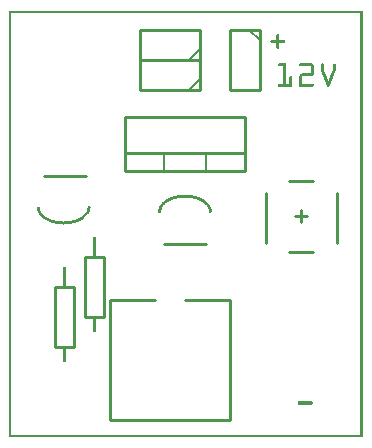
<source format=gto>
G04 MADE WITH FRITZING*
G04 WWW.FRITZING.ORG*
G04 DOUBLE SIDED*
G04 HOLES PLATED*
G04 CONTOUR ON CENTER OF CONTOUR VECTOR*
%ASAXBY*%
%FSLAX23Y23*%
%MOIN*%
%OFA0B0*%
%SFA1.0B1.0*%
%ADD10C,0.010000*%
%ADD11C,0.005000*%
%ADD12R,0.001000X0.001000*%
%LNSILK1*%
G90*
G70*
G54D10*
X785Y889D02*
X385Y889D01*
D02*
X385Y889D02*
X385Y1069D01*
D02*
X385Y1069D02*
X785Y1069D01*
D02*
X785Y1069D02*
X785Y889D01*
D02*
X785Y889D02*
X385Y889D01*
D02*
X385Y889D02*
X385Y949D01*
D02*
X385Y949D02*
X785Y949D01*
D02*
X785Y949D02*
X785Y889D01*
G54D11*
D02*
X655Y889D02*
X655Y949D01*
D02*
X515Y889D02*
X515Y949D01*
G54D10*
D02*
X835Y1359D02*
X735Y1359D01*
D02*
X735Y1359D02*
X735Y1159D01*
D02*
X735Y1159D02*
X835Y1159D01*
D02*
X835Y1159D02*
X835Y1359D01*
G54D11*
D02*
X800Y1359D02*
X835Y1324D01*
G54D10*
D02*
X635Y1259D02*
X635Y1359D01*
D02*
X635Y1359D02*
X435Y1359D01*
D02*
X435Y1359D02*
X435Y1259D01*
D02*
X435Y1259D02*
X635Y1259D01*
G54D11*
D02*
X635Y1294D02*
X600Y1259D01*
G54D10*
D02*
X635Y1159D02*
X635Y1259D01*
D02*
X635Y1259D02*
X435Y1259D01*
D02*
X435Y1259D02*
X435Y1159D01*
D02*
X435Y1159D02*
X635Y1159D01*
G54D11*
D02*
X635Y1194D02*
X600Y1159D01*
G54D10*
D02*
X1013Y619D02*
X934Y619D01*
D02*
X1092Y816D02*
X1092Y649D01*
D02*
X856Y816D02*
X856Y649D01*
D02*
X1013Y855D02*
X934Y855D01*
D02*
X993Y737D02*
X954Y737D01*
D02*
X974Y718D02*
X974Y757D01*
D02*
X335Y459D02*
X335Y59D01*
D02*
X335Y59D02*
X735Y59D01*
D02*
X735Y59D02*
X735Y459D01*
D02*
X335Y459D02*
X485Y459D01*
D02*
X585Y459D02*
X735Y459D01*
D02*
X115Y873D02*
X255Y873D01*
D02*
X655Y645D02*
X515Y645D01*
D02*
X218Y500D02*
X218Y300D01*
D02*
X218Y300D02*
X152Y300D01*
D02*
X152Y300D02*
X152Y500D01*
D02*
X152Y500D02*
X218Y500D01*
D02*
X318Y600D02*
X318Y400D01*
D02*
X318Y400D02*
X252Y400D01*
D02*
X252Y400D02*
X252Y600D01*
D02*
X252Y600D02*
X318Y600D01*
G54D12*
X0Y1422D02*
X1179Y1422D01*
X0Y1421D02*
X1179Y1421D01*
X0Y1420D02*
X1179Y1420D01*
X0Y1419D02*
X1179Y1419D01*
X0Y1418D02*
X1179Y1418D01*
X0Y1417D02*
X1179Y1417D01*
X0Y1416D02*
X1179Y1416D01*
X0Y1415D02*
X1179Y1415D01*
X0Y1414D02*
X7Y1414D01*
X1172Y1414D02*
X1179Y1414D01*
X0Y1413D02*
X7Y1413D01*
X1172Y1413D02*
X1179Y1413D01*
X0Y1412D02*
X7Y1412D01*
X1172Y1412D02*
X1179Y1412D01*
X0Y1411D02*
X7Y1411D01*
X1172Y1411D02*
X1179Y1411D01*
X0Y1410D02*
X7Y1410D01*
X1172Y1410D02*
X1179Y1410D01*
X0Y1409D02*
X7Y1409D01*
X1172Y1409D02*
X1179Y1409D01*
X0Y1408D02*
X7Y1408D01*
X1172Y1408D02*
X1179Y1408D01*
X0Y1407D02*
X7Y1407D01*
X1172Y1407D02*
X1179Y1407D01*
X0Y1406D02*
X7Y1406D01*
X1172Y1406D02*
X1179Y1406D01*
X0Y1405D02*
X7Y1405D01*
X1172Y1405D02*
X1179Y1405D01*
X0Y1404D02*
X7Y1404D01*
X1172Y1404D02*
X1179Y1404D01*
X0Y1403D02*
X7Y1403D01*
X1172Y1403D02*
X1179Y1403D01*
X0Y1402D02*
X7Y1402D01*
X1172Y1402D02*
X1179Y1402D01*
X0Y1401D02*
X7Y1401D01*
X1172Y1401D02*
X1179Y1401D01*
X0Y1400D02*
X7Y1400D01*
X1172Y1400D02*
X1179Y1400D01*
X0Y1399D02*
X7Y1399D01*
X1172Y1399D02*
X1179Y1399D01*
X0Y1398D02*
X7Y1398D01*
X1172Y1398D02*
X1179Y1398D01*
X0Y1397D02*
X7Y1397D01*
X1172Y1397D02*
X1179Y1397D01*
X0Y1396D02*
X7Y1396D01*
X1172Y1396D02*
X1179Y1396D01*
X0Y1395D02*
X7Y1395D01*
X1172Y1395D02*
X1179Y1395D01*
X0Y1394D02*
X7Y1394D01*
X1172Y1394D02*
X1179Y1394D01*
X0Y1393D02*
X7Y1393D01*
X1172Y1393D02*
X1179Y1393D01*
X0Y1392D02*
X7Y1392D01*
X1172Y1392D02*
X1179Y1392D01*
X0Y1391D02*
X7Y1391D01*
X1172Y1391D02*
X1179Y1391D01*
X0Y1390D02*
X7Y1390D01*
X1172Y1390D02*
X1179Y1390D01*
X0Y1389D02*
X7Y1389D01*
X1172Y1389D02*
X1179Y1389D01*
X0Y1388D02*
X7Y1388D01*
X1172Y1388D02*
X1179Y1388D01*
X0Y1387D02*
X7Y1387D01*
X1172Y1387D02*
X1179Y1387D01*
X0Y1386D02*
X7Y1386D01*
X1172Y1386D02*
X1179Y1386D01*
X0Y1385D02*
X7Y1385D01*
X1172Y1385D02*
X1179Y1385D01*
X0Y1384D02*
X7Y1384D01*
X1172Y1384D02*
X1179Y1384D01*
X0Y1383D02*
X7Y1383D01*
X1172Y1383D02*
X1179Y1383D01*
X0Y1382D02*
X7Y1382D01*
X1172Y1382D02*
X1179Y1382D01*
X0Y1381D02*
X7Y1381D01*
X1172Y1381D02*
X1179Y1381D01*
X0Y1380D02*
X7Y1380D01*
X1172Y1380D02*
X1179Y1380D01*
X0Y1379D02*
X7Y1379D01*
X1172Y1379D02*
X1179Y1379D01*
X0Y1378D02*
X7Y1378D01*
X1172Y1378D02*
X1179Y1378D01*
X0Y1377D02*
X7Y1377D01*
X1172Y1377D02*
X1179Y1377D01*
X0Y1376D02*
X7Y1376D01*
X1172Y1376D02*
X1179Y1376D01*
X0Y1375D02*
X7Y1375D01*
X1172Y1375D02*
X1179Y1375D01*
X0Y1374D02*
X7Y1374D01*
X1172Y1374D02*
X1179Y1374D01*
X0Y1373D02*
X7Y1373D01*
X1172Y1373D02*
X1179Y1373D01*
X0Y1372D02*
X7Y1372D01*
X1172Y1372D02*
X1179Y1372D01*
X0Y1371D02*
X7Y1371D01*
X1172Y1371D02*
X1179Y1371D01*
X0Y1370D02*
X7Y1370D01*
X1172Y1370D02*
X1179Y1370D01*
X0Y1369D02*
X7Y1369D01*
X1172Y1369D02*
X1179Y1369D01*
X0Y1368D02*
X7Y1368D01*
X1172Y1368D02*
X1179Y1368D01*
X0Y1367D02*
X7Y1367D01*
X1172Y1367D02*
X1179Y1367D01*
X0Y1366D02*
X7Y1366D01*
X1172Y1366D02*
X1179Y1366D01*
X0Y1365D02*
X7Y1365D01*
X1172Y1365D02*
X1179Y1365D01*
X0Y1364D02*
X7Y1364D01*
X1172Y1364D02*
X1179Y1364D01*
X0Y1363D02*
X7Y1363D01*
X1172Y1363D02*
X1179Y1363D01*
X0Y1362D02*
X7Y1362D01*
X1172Y1362D02*
X1179Y1362D01*
X0Y1361D02*
X7Y1361D01*
X1172Y1361D02*
X1179Y1361D01*
X0Y1360D02*
X7Y1360D01*
X1172Y1360D02*
X1179Y1360D01*
X0Y1359D02*
X7Y1359D01*
X1172Y1359D02*
X1179Y1359D01*
X0Y1358D02*
X7Y1358D01*
X1172Y1358D02*
X1179Y1358D01*
X0Y1357D02*
X7Y1357D01*
X1172Y1357D02*
X1179Y1357D01*
X0Y1356D02*
X7Y1356D01*
X1172Y1356D02*
X1179Y1356D01*
X0Y1355D02*
X7Y1355D01*
X1172Y1355D02*
X1179Y1355D01*
X0Y1354D02*
X7Y1354D01*
X1172Y1354D02*
X1179Y1354D01*
X0Y1353D02*
X7Y1353D01*
X1172Y1353D02*
X1179Y1353D01*
X0Y1352D02*
X7Y1352D01*
X1172Y1352D02*
X1179Y1352D01*
X0Y1351D02*
X7Y1351D01*
X1172Y1351D02*
X1179Y1351D01*
X0Y1350D02*
X7Y1350D01*
X1172Y1350D02*
X1179Y1350D01*
X0Y1349D02*
X7Y1349D01*
X1172Y1349D02*
X1179Y1349D01*
X0Y1348D02*
X7Y1348D01*
X1172Y1348D02*
X1179Y1348D01*
X0Y1347D02*
X7Y1347D01*
X1172Y1347D02*
X1179Y1347D01*
X0Y1346D02*
X7Y1346D01*
X1172Y1346D02*
X1179Y1346D01*
X0Y1345D02*
X7Y1345D01*
X1172Y1345D02*
X1179Y1345D01*
X0Y1344D02*
X7Y1344D01*
X897Y1344D02*
X897Y1344D01*
X1172Y1344D02*
X1179Y1344D01*
X0Y1343D02*
X7Y1343D01*
X894Y1343D02*
X899Y1343D01*
X1172Y1343D02*
X1179Y1343D01*
X0Y1342D02*
X7Y1342D01*
X893Y1342D02*
X900Y1342D01*
X1172Y1342D02*
X1179Y1342D01*
X0Y1341D02*
X7Y1341D01*
X892Y1341D02*
X901Y1341D01*
X1172Y1341D02*
X1179Y1341D01*
X0Y1340D02*
X7Y1340D01*
X892Y1340D02*
X901Y1340D01*
X1172Y1340D02*
X1179Y1340D01*
X0Y1339D02*
X7Y1339D01*
X892Y1339D02*
X901Y1339D01*
X1172Y1339D02*
X1179Y1339D01*
X0Y1338D02*
X7Y1338D01*
X892Y1338D02*
X901Y1338D01*
X1172Y1338D02*
X1179Y1338D01*
X0Y1337D02*
X7Y1337D01*
X892Y1337D02*
X901Y1337D01*
X1172Y1337D02*
X1179Y1337D01*
X0Y1336D02*
X7Y1336D01*
X892Y1336D02*
X901Y1336D01*
X1172Y1336D02*
X1179Y1336D01*
X0Y1335D02*
X7Y1335D01*
X892Y1335D02*
X901Y1335D01*
X1172Y1335D02*
X1179Y1335D01*
X0Y1334D02*
X7Y1334D01*
X892Y1334D02*
X901Y1334D01*
X1172Y1334D02*
X1179Y1334D01*
X0Y1333D02*
X7Y1333D01*
X892Y1333D02*
X901Y1333D01*
X1172Y1333D02*
X1179Y1333D01*
X0Y1332D02*
X7Y1332D01*
X892Y1332D02*
X901Y1332D01*
X1172Y1332D02*
X1179Y1332D01*
X0Y1331D02*
X7Y1331D01*
X892Y1331D02*
X901Y1331D01*
X1172Y1331D02*
X1179Y1331D01*
X0Y1330D02*
X7Y1330D01*
X892Y1330D02*
X901Y1330D01*
X1172Y1330D02*
X1179Y1330D01*
X0Y1329D02*
X7Y1329D01*
X892Y1329D02*
X901Y1329D01*
X1172Y1329D02*
X1179Y1329D01*
X0Y1328D02*
X7Y1328D01*
X892Y1328D02*
X901Y1328D01*
X1172Y1328D02*
X1179Y1328D01*
X0Y1327D02*
X7Y1327D01*
X892Y1327D02*
X901Y1327D01*
X1172Y1327D02*
X1179Y1327D01*
X0Y1326D02*
X7Y1326D01*
X892Y1326D02*
X901Y1326D01*
X1172Y1326D02*
X1179Y1326D01*
X0Y1325D02*
X7Y1325D01*
X892Y1325D02*
X901Y1325D01*
X1172Y1325D02*
X1179Y1325D01*
X0Y1324D02*
X7Y1324D01*
X876Y1324D02*
X918Y1324D01*
X1172Y1324D02*
X1179Y1324D01*
X0Y1323D02*
X7Y1323D01*
X874Y1323D02*
X919Y1323D01*
X1172Y1323D02*
X1179Y1323D01*
X0Y1322D02*
X7Y1322D01*
X873Y1322D02*
X920Y1322D01*
X1172Y1322D02*
X1179Y1322D01*
X0Y1321D02*
X7Y1321D01*
X873Y1321D02*
X921Y1321D01*
X1172Y1321D02*
X1179Y1321D01*
X0Y1320D02*
X7Y1320D01*
X872Y1320D02*
X921Y1320D01*
X1172Y1320D02*
X1179Y1320D01*
X0Y1319D02*
X7Y1319D01*
X872Y1319D02*
X921Y1319D01*
X1172Y1319D02*
X1179Y1319D01*
X0Y1318D02*
X7Y1318D01*
X872Y1318D02*
X921Y1318D01*
X1172Y1318D02*
X1179Y1318D01*
X0Y1317D02*
X7Y1317D01*
X873Y1317D02*
X920Y1317D01*
X1172Y1317D02*
X1179Y1317D01*
X0Y1316D02*
X7Y1316D01*
X873Y1316D02*
X920Y1316D01*
X1172Y1316D02*
X1179Y1316D01*
X0Y1315D02*
X7Y1315D01*
X875Y1315D02*
X919Y1315D01*
X1172Y1315D02*
X1179Y1315D01*
X0Y1314D02*
X7Y1314D01*
X892Y1314D02*
X901Y1314D01*
X1172Y1314D02*
X1179Y1314D01*
X0Y1313D02*
X7Y1313D01*
X892Y1313D02*
X901Y1313D01*
X1172Y1313D02*
X1179Y1313D01*
X0Y1312D02*
X7Y1312D01*
X892Y1312D02*
X901Y1312D01*
X1172Y1312D02*
X1179Y1312D01*
X0Y1311D02*
X7Y1311D01*
X892Y1311D02*
X901Y1311D01*
X1172Y1311D02*
X1179Y1311D01*
X0Y1310D02*
X7Y1310D01*
X892Y1310D02*
X901Y1310D01*
X1172Y1310D02*
X1179Y1310D01*
X0Y1309D02*
X7Y1309D01*
X892Y1309D02*
X901Y1309D01*
X1172Y1309D02*
X1179Y1309D01*
X0Y1308D02*
X7Y1308D01*
X892Y1308D02*
X901Y1308D01*
X1172Y1308D02*
X1179Y1308D01*
X0Y1307D02*
X7Y1307D01*
X892Y1307D02*
X901Y1307D01*
X1172Y1307D02*
X1179Y1307D01*
X0Y1306D02*
X7Y1306D01*
X892Y1306D02*
X901Y1306D01*
X1172Y1306D02*
X1179Y1306D01*
X0Y1305D02*
X7Y1305D01*
X892Y1305D02*
X901Y1305D01*
X1172Y1305D02*
X1179Y1305D01*
X0Y1304D02*
X7Y1304D01*
X892Y1304D02*
X901Y1304D01*
X1172Y1304D02*
X1179Y1304D01*
X0Y1303D02*
X7Y1303D01*
X892Y1303D02*
X901Y1303D01*
X1172Y1303D02*
X1179Y1303D01*
X0Y1302D02*
X7Y1302D01*
X892Y1302D02*
X901Y1302D01*
X1172Y1302D02*
X1179Y1302D01*
X0Y1301D02*
X7Y1301D01*
X892Y1301D02*
X901Y1301D01*
X1172Y1301D02*
X1179Y1301D01*
X0Y1300D02*
X7Y1300D01*
X892Y1300D02*
X901Y1300D01*
X1172Y1300D02*
X1179Y1300D01*
X0Y1299D02*
X7Y1299D01*
X892Y1299D02*
X901Y1299D01*
X1172Y1299D02*
X1179Y1299D01*
X0Y1298D02*
X7Y1298D01*
X892Y1298D02*
X901Y1298D01*
X1172Y1298D02*
X1179Y1298D01*
X0Y1297D02*
X7Y1297D01*
X893Y1297D02*
X900Y1297D01*
X1172Y1297D02*
X1179Y1297D01*
X0Y1296D02*
X7Y1296D01*
X893Y1296D02*
X900Y1296D01*
X1172Y1296D02*
X1179Y1296D01*
X0Y1295D02*
X7Y1295D01*
X895Y1295D02*
X898Y1295D01*
X1172Y1295D02*
X1179Y1295D01*
X0Y1294D02*
X7Y1294D01*
X1172Y1294D02*
X1179Y1294D01*
X0Y1293D02*
X7Y1293D01*
X1172Y1293D02*
X1179Y1293D01*
X0Y1292D02*
X7Y1292D01*
X1172Y1292D02*
X1179Y1292D01*
X0Y1291D02*
X7Y1291D01*
X1172Y1291D02*
X1179Y1291D01*
X0Y1290D02*
X7Y1290D01*
X1172Y1290D02*
X1179Y1290D01*
X0Y1289D02*
X7Y1289D01*
X1172Y1289D02*
X1179Y1289D01*
X0Y1288D02*
X7Y1288D01*
X1172Y1288D02*
X1179Y1288D01*
X0Y1287D02*
X7Y1287D01*
X1172Y1287D02*
X1179Y1287D01*
X0Y1286D02*
X7Y1286D01*
X1172Y1286D02*
X1179Y1286D01*
X0Y1285D02*
X7Y1285D01*
X1172Y1285D02*
X1179Y1285D01*
X0Y1284D02*
X7Y1284D01*
X1172Y1284D02*
X1179Y1284D01*
X0Y1283D02*
X7Y1283D01*
X1172Y1283D02*
X1179Y1283D01*
X0Y1282D02*
X7Y1282D01*
X1172Y1282D02*
X1179Y1282D01*
X0Y1281D02*
X7Y1281D01*
X1172Y1281D02*
X1179Y1281D01*
X0Y1280D02*
X7Y1280D01*
X1172Y1280D02*
X1179Y1280D01*
X0Y1279D02*
X7Y1279D01*
X1172Y1279D02*
X1179Y1279D01*
X0Y1278D02*
X7Y1278D01*
X1172Y1278D02*
X1179Y1278D01*
X0Y1277D02*
X7Y1277D01*
X1172Y1277D02*
X1179Y1277D01*
X0Y1276D02*
X7Y1276D01*
X1172Y1276D02*
X1179Y1276D01*
X0Y1275D02*
X7Y1275D01*
X1172Y1275D02*
X1179Y1275D01*
X0Y1274D02*
X7Y1274D01*
X1172Y1274D02*
X1179Y1274D01*
X0Y1273D02*
X7Y1273D01*
X1172Y1273D02*
X1179Y1273D01*
X0Y1272D02*
X7Y1272D01*
X1172Y1272D02*
X1179Y1272D01*
X0Y1271D02*
X7Y1271D01*
X1172Y1271D02*
X1179Y1271D01*
X0Y1270D02*
X7Y1270D01*
X1172Y1270D02*
X1179Y1270D01*
X0Y1269D02*
X7Y1269D01*
X1172Y1269D02*
X1179Y1269D01*
X0Y1268D02*
X7Y1268D01*
X1172Y1268D02*
X1179Y1268D01*
X0Y1267D02*
X7Y1267D01*
X1172Y1267D02*
X1179Y1267D01*
X0Y1266D02*
X7Y1266D01*
X1172Y1266D02*
X1179Y1266D01*
X0Y1265D02*
X7Y1265D01*
X1172Y1265D02*
X1179Y1265D01*
X0Y1264D02*
X7Y1264D01*
X1172Y1264D02*
X1179Y1264D01*
X0Y1263D02*
X7Y1263D01*
X1172Y1263D02*
X1179Y1263D01*
X0Y1262D02*
X7Y1262D01*
X1172Y1262D02*
X1179Y1262D01*
X0Y1261D02*
X7Y1261D01*
X1172Y1261D02*
X1179Y1261D01*
X0Y1260D02*
X7Y1260D01*
X1172Y1260D02*
X1179Y1260D01*
X0Y1259D02*
X7Y1259D01*
X1172Y1259D02*
X1179Y1259D01*
X0Y1258D02*
X7Y1258D01*
X1172Y1258D02*
X1179Y1258D01*
X0Y1257D02*
X7Y1257D01*
X1172Y1257D02*
X1179Y1257D01*
X0Y1256D02*
X7Y1256D01*
X1172Y1256D02*
X1179Y1256D01*
X0Y1255D02*
X7Y1255D01*
X1172Y1255D02*
X1179Y1255D01*
X0Y1254D02*
X7Y1254D01*
X1172Y1254D02*
X1179Y1254D01*
X0Y1253D02*
X7Y1253D01*
X1172Y1253D02*
X1179Y1253D01*
X0Y1252D02*
X7Y1252D01*
X1172Y1252D02*
X1179Y1252D01*
X0Y1251D02*
X7Y1251D01*
X1172Y1251D02*
X1179Y1251D01*
X0Y1250D02*
X7Y1250D01*
X1172Y1250D02*
X1179Y1250D01*
X0Y1249D02*
X7Y1249D01*
X1172Y1249D02*
X1179Y1249D01*
X0Y1248D02*
X7Y1248D01*
X1172Y1248D02*
X1179Y1248D01*
X0Y1247D02*
X7Y1247D01*
X900Y1247D02*
X924Y1247D01*
X972Y1247D02*
X1008Y1247D01*
X1044Y1247D02*
X1045Y1247D01*
X1084Y1247D02*
X1084Y1247D01*
X1172Y1247D02*
X1179Y1247D01*
X0Y1246D02*
X7Y1246D01*
X897Y1246D02*
X924Y1246D01*
X970Y1246D02*
X1011Y1246D01*
X1042Y1246D02*
X1047Y1246D01*
X1082Y1246D02*
X1087Y1246D01*
X1172Y1246D02*
X1179Y1246D01*
X0Y1245D02*
X7Y1245D01*
X897Y1245D02*
X924Y1245D01*
X969Y1245D02*
X1012Y1245D01*
X1041Y1245D02*
X1048Y1245D01*
X1081Y1245D02*
X1088Y1245D01*
X1172Y1245D02*
X1179Y1245D01*
X0Y1244D02*
X7Y1244D01*
X896Y1244D02*
X924Y1244D01*
X968Y1244D02*
X1014Y1244D01*
X1040Y1244D02*
X1049Y1244D01*
X1080Y1244D02*
X1088Y1244D01*
X1172Y1244D02*
X1179Y1244D01*
X0Y1243D02*
X7Y1243D01*
X896Y1243D02*
X924Y1243D01*
X968Y1243D02*
X1014Y1243D01*
X1040Y1243D02*
X1049Y1243D01*
X1080Y1243D02*
X1089Y1243D01*
X1172Y1243D02*
X1179Y1243D01*
X0Y1242D02*
X7Y1242D01*
X896Y1242D02*
X924Y1242D01*
X968Y1242D02*
X1015Y1242D01*
X1040Y1242D02*
X1049Y1242D01*
X1080Y1242D02*
X1089Y1242D01*
X1172Y1242D02*
X1179Y1242D01*
X0Y1241D02*
X7Y1241D01*
X896Y1241D02*
X924Y1241D01*
X968Y1241D02*
X1016Y1241D01*
X1040Y1241D02*
X1049Y1241D01*
X1080Y1241D02*
X1089Y1241D01*
X1172Y1241D02*
X1179Y1241D01*
X0Y1240D02*
X7Y1240D01*
X896Y1240D02*
X924Y1240D01*
X968Y1240D02*
X1016Y1240D01*
X1040Y1240D02*
X1049Y1240D01*
X1080Y1240D02*
X1089Y1240D01*
X1172Y1240D02*
X1179Y1240D01*
X0Y1239D02*
X7Y1239D01*
X897Y1239D02*
X924Y1239D01*
X969Y1239D02*
X1016Y1239D01*
X1040Y1239D02*
X1049Y1239D01*
X1080Y1239D02*
X1089Y1239D01*
X1172Y1239D02*
X1179Y1239D01*
X0Y1238D02*
X7Y1238D01*
X898Y1238D02*
X924Y1238D01*
X970Y1238D02*
X1016Y1238D01*
X1040Y1238D02*
X1049Y1238D01*
X1080Y1238D02*
X1089Y1238D01*
X1172Y1238D02*
X1179Y1238D01*
X0Y1237D02*
X7Y1237D01*
X915Y1237D02*
X924Y1237D01*
X1007Y1237D02*
X1017Y1237D01*
X1040Y1237D02*
X1049Y1237D01*
X1080Y1237D02*
X1089Y1237D01*
X1172Y1237D02*
X1179Y1237D01*
X0Y1236D02*
X7Y1236D01*
X915Y1236D02*
X924Y1236D01*
X1007Y1236D02*
X1017Y1236D01*
X1040Y1236D02*
X1049Y1236D01*
X1080Y1236D02*
X1089Y1236D01*
X1172Y1236D02*
X1179Y1236D01*
X0Y1235D02*
X7Y1235D01*
X915Y1235D02*
X924Y1235D01*
X1007Y1235D02*
X1017Y1235D01*
X1040Y1235D02*
X1049Y1235D01*
X1080Y1235D02*
X1089Y1235D01*
X1172Y1235D02*
X1179Y1235D01*
X0Y1234D02*
X7Y1234D01*
X915Y1234D02*
X924Y1234D01*
X1007Y1234D02*
X1017Y1234D01*
X1040Y1234D02*
X1049Y1234D01*
X1080Y1234D02*
X1089Y1234D01*
X1172Y1234D02*
X1179Y1234D01*
X0Y1233D02*
X7Y1233D01*
X915Y1233D02*
X924Y1233D01*
X1007Y1233D02*
X1017Y1233D01*
X1040Y1233D02*
X1049Y1233D01*
X1080Y1233D02*
X1089Y1233D01*
X1172Y1233D02*
X1179Y1233D01*
X0Y1232D02*
X7Y1232D01*
X915Y1232D02*
X924Y1232D01*
X1007Y1232D02*
X1017Y1232D01*
X1040Y1232D02*
X1049Y1232D01*
X1080Y1232D02*
X1089Y1232D01*
X1172Y1232D02*
X1179Y1232D01*
X0Y1231D02*
X7Y1231D01*
X915Y1231D02*
X924Y1231D01*
X1007Y1231D02*
X1017Y1231D01*
X1040Y1231D02*
X1049Y1231D01*
X1080Y1231D02*
X1089Y1231D01*
X1172Y1231D02*
X1179Y1231D01*
X0Y1230D02*
X7Y1230D01*
X915Y1230D02*
X924Y1230D01*
X1007Y1230D02*
X1017Y1230D01*
X1040Y1230D02*
X1049Y1230D01*
X1080Y1230D02*
X1089Y1230D01*
X1172Y1230D02*
X1179Y1230D01*
X0Y1229D02*
X7Y1229D01*
X915Y1229D02*
X924Y1229D01*
X1007Y1229D02*
X1017Y1229D01*
X1040Y1229D02*
X1049Y1229D01*
X1080Y1229D02*
X1089Y1229D01*
X1172Y1229D02*
X1179Y1229D01*
X0Y1228D02*
X7Y1228D01*
X915Y1228D02*
X924Y1228D01*
X1007Y1228D02*
X1017Y1228D01*
X1040Y1228D02*
X1049Y1228D01*
X1080Y1228D02*
X1089Y1228D01*
X1172Y1228D02*
X1179Y1228D01*
X0Y1227D02*
X7Y1227D01*
X915Y1227D02*
X924Y1227D01*
X1007Y1227D02*
X1017Y1227D01*
X1040Y1227D02*
X1049Y1227D01*
X1080Y1227D02*
X1089Y1227D01*
X1172Y1227D02*
X1179Y1227D01*
X0Y1226D02*
X7Y1226D01*
X915Y1226D02*
X924Y1226D01*
X1007Y1226D02*
X1017Y1226D01*
X1040Y1226D02*
X1049Y1226D01*
X1080Y1226D02*
X1089Y1226D01*
X1172Y1226D02*
X1179Y1226D01*
X0Y1225D02*
X7Y1225D01*
X915Y1225D02*
X924Y1225D01*
X1007Y1225D02*
X1017Y1225D01*
X1040Y1225D02*
X1050Y1225D01*
X1079Y1225D02*
X1089Y1225D01*
X1172Y1225D02*
X1179Y1225D01*
X0Y1224D02*
X7Y1224D01*
X915Y1224D02*
X924Y1224D01*
X1007Y1224D02*
X1017Y1224D01*
X1040Y1224D02*
X1050Y1224D01*
X1079Y1224D02*
X1089Y1224D01*
X1172Y1224D02*
X1179Y1224D01*
X0Y1223D02*
X7Y1223D01*
X915Y1223D02*
X924Y1223D01*
X1007Y1223D02*
X1017Y1223D01*
X1040Y1223D02*
X1050Y1223D01*
X1079Y1223D02*
X1088Y1223D01*
X1172Y1223D02*
X1179Y1223D01*
X0Y1222D02*
X7Y1222D01*
X915Y1222D02*
X924Y1222D01*
X1007Y1222D02*
X1017Y1222D01*
X1041Y1222D02*
X1051Y1222D01*
X1078Y1222D02*
X1088Y1222D01*
X1172Y1222D02*
X1179Y1222D01*
X0Y1221D02*
X7Y1221D01*
X915Y1221D02*
X924Y1221D01*
X1007Y1221D02*
X1017Y1221D01*
X1041Y1221D02*
X1051Y1221D01*
X1078Y1221D02*
X1088Y1221D01*
X1172Y1221D02*
X1179Y1221D01*
X0Y1220D02*
X7Y1220D01*
X915Y1220D02*
X924Y1220D01*
X1007Y1220D02*
X1017Y1220D01*
X1042Y1220D02*
X1051Y1220D01*
X1077Y1220D02*
X1087Y1220D01*
X1172Y1220D02*
X1179Y1220D01*
X0Y1219D02*
X7Y1219D01*
X915Y1219D02*
X924Y1219D01*
X1007Y1219D02*
X1017Y1219D01*
X1042Y1219D02*
X1052Y1219D01*
X1077Y1219D02*
X1087Y1219D01*
X1172Y1219D02*
X1179Y1219D01*
X0Y1218D02*
X7Y1218D01*
X915Y1218D02*
X924Y1218D01*
X1007Y1218D02*
X1017Y1218D01*
X1042Y1218D02*
X1052Y1218D01*
X1077Y1218D02*
X1086Y1218D01*
X1172Y1218D02*
X1179Y1218D01*
X0Y1217D02*
X7Y1217D01*
X915Y1217D02*
X924Y1217D01*
X1007Y1217D02*
X1017Y1217D01*
X1043Y1217D02*
X1053Y1217D01*
X1076Y1217D02*
X1086Y1217D01*
X1172Y1217D02*
X1179Y1217D01*
X0Y1216D02*
X7Y1216D01*
X915Y1216D02*
X924Y1216D01*
X1007Y1216D02*
X1017Y1216D01*
X1043Y1216D02*
X1053Y1216D01*
X1076Y1216D02*
X1086Y1216D01*
X1172Y1216D02*
X1179Y1216D01*
X0Y1215D02*
X7Y1215D01*
X915Y1215D02*
X924Y1215D01*
X1007Y1215D02*
X1017Y1215D01*
X1044Y1215D02*
X1053Y1215D01*
X1075Y1215D02*
X1085Y1215D01*
X1172Y1215D02*
X1179Y1215D01*
X0Y1214D02*
X7Y1214D01*
X915Y1214D02*
X924Y1214D01*
X1007Y1214D02*
X1017Y1214D01*
X1044Y1214D02*
X1054Y1214D01*
X1075Y1214D02*
X1085Y1214D01*
X1172Y1214D02*
X1179Y1214D01*
X0Y1213D02*
X7Y1213D01*
X915Y1213D02*
X924Y1213D01*
X977Y1213D02*
X1017Y1213D01*
X1044Y1213D02*
X1054Y1213D01*
X1075Y1213D02*
X1084Y1213D01*
X1172Y1213D02*
X1179Y1213D01*
X0Y1212D02*
X7Y1212D01*
X915Y1212D02*
X924Y1212D01*
X973Y1212D02*
X1016Y1212D01*
X1045Y1212D02*
X1055Y1212D01*
X1074Y1212D02*
X1084Y1212D01*
X1172Y1212D02*
X1179Y1212D01*
X0Y1211D02*
X7Y1211D01*
X915Y1211D02*
X924Y1211D01*
X972Y1211D02*
X1016Y1211D01*
X1045Y1211D02*
X1055Y1211D01*
X1074Y1211D02*
X1084Y1211D01*
X1172Y1211D02*
X1179Y1211D01*
X0Y1210D02*
X7Y1210D01*
X915Y1210D02*
X924Y1210D01*
X971Y1210D02*
X1016Y1210D01*
X1045Y1210D02*
X1055Y1210D01*
X1073Y1210D02*
X1083Y1210D01*
X1172Y1210D02*
X1179Y1210D01*
X0Y1209D02*
X7Y1209D01*
X915Y1209D02*
X924Y1209D01*
X970Y1209D02*
X1016Y1209D01*
X1046Y1209D02*
X1056Y1209D01*
X1073Y1209D02*
X1083Y1209D01*
X1172Y1209D02*
X1179Y1209D01*
X0Y1208D02*
X7Y1208D01*
X915Y1208D02*
X924Y1208D01*
X969Y1208D02*
X1015Y1208D01*
X1046Y1208D02*
X1056Y1208D01*
X1073Y1208D02*
X1083Y1208D01*
X1172Y1208D02*
X1179Y1208D01*
X0Y1207D02*
X7Y1207D01*
X915Y1207D02*
X924Y1207D01*
X969Y1207D02*
X1014Y1207D01*
X1047Y1207D02*
X1057Y1207D01*
X1072Y1207D02*
X1082Y1207D01*
X1172Y1207D02*
X1179Y1207D01*
X0Y1206D02*
X7Y1206D01*
X915Y1206D02*
X924Y1206D01*
X968Y1206D02*
X1013Y1206D01*
X1047Y1206D02*
X1057Y1206D01*
X1072Y1206D02*
X1082Y1206D01*
X1172Y1206D02*
X1179Y1206D01*
X0Y1205D02*
X7Y1205D01*
X915Y1205D02*
X924Y1205D01*
X968Y1205D02*
X1012Y1205D01*
X1047Y1205D02*
X1057Y1205D01*
X1071Y1205D02*
X1081Y1205D01*
X1172Y1205D02*
X1179Y1205D01*
X0Y1204D02*
X7Y1204D01*
X915Y1204D02*
X924Y1204D01*
X938Y1204D02*
X942Y1204D01*
X968Y1204D02*
X1011Y1204D01*
X1048Y1204D02*
X1058Y1204D01*
X1071Y1204D02*
X1081Y1204D01*
X1172Y1204D02*
X1179Y1204D01*
X0Y1203D02*
X7Y1203D01*
X915Y1203D02*
X924Y1203D01*
X936Y1203D02*
X943Y1203D01*
X968Y1203D02*
X977Y1203D01*
X1048Y1203D02*
X1058Y1203D01*
X1071Y1203D02*
X1081Y1203D01*
X1172Y1203D02*
X1179Y1203D01*
X0Y1202D02*
X7Y1202D01*
X915Y1202D02*
X924Y1202D01*
X936Y1202D02*
X944Y1202D01*
X968Y1202D02*
X977Y1202D01*
X1049Y1202D02*
X1059Y1202D01*
X1070Y1202D02*
X1080Y1202D01*
X1172Y1202D02*
X1179Y1202D01*
X0Y1201D02*
X7Y1201D01*
X915Y1201D02*
X924Y1201D01*
X935Y1201D02*
X944Y1201D01*
X968Y1201D02*
X977Y1201D01*
X1049Y1201D02*
X1059Y1201D01*
X1070Y1201D02*
X1080Y1201D01*
X1172Y1201D02*
X1179Y1201D01*
X0Y1200D02*
X7Y1200D01*
X915Y1200D02*
X924Y1200D01*
X935Y1200D02*
X944Y1200D01*
X968Y1200D02*
X977Y1200D01*
X1049Y1200D02*
X1059Y1200D01*
X1070Y1200D02*
X1079Y1200D01*
X1172Y1200D02*
X1179Y1200D01*
X0Y1199D02*
X7Y1199D01*
X915Y1199D02*
X924Y1199D01*
X935Y1199D02*
X944Y1199D01*
X968Y1199D02*
X977Y1199D01*
X1050Y1199D02*
X1060Y1199D01*
X1069Y1199D02*
X1079Y1199D01*
X1172Y1199D02*
X1179Y1199D01*
X0Y1198D02*
X7Y1198D01*
X915Y1198D02*
X924Y1198D01*
X935Y1198D02*
X944Y1198D01*
X968Y1198D02*
X977Y1198D01*
X1050Y1198D02*
X1060Y1198D01*
X1069Y1198D02*
X1079Y1198D01*
X1172Y1198D02*
X1179Y1198D01*
X0Y1197D02*
X7Y1197D01*
X915Y1197D02*
X924Y1197D01*
X935Y1197D02*
X944Y1197D01*
X968Y1197D02*
X977Y1197D01*
X1051Y1197D02*
X1060Y1197D01*
X1068Y1197D02*
X1078Y1197D01*
X1172Y1197D02*
X1179Y1197D01*
X0Y1196D02*
X7Y1196D01*
X915Y1196D02*
X924Y1196D01*
X935Y1196D02*
X944Y1196D01*
X968Y1196D02*
X977Y1196D01*
X1051Y1196D02*
X1061Y1196D01*
X1068Y1196D02*
X1078Y1196D01*
X1172Y1196D02*
X1179Y1196D01*
X0Y1195D02*
X7Y1195D01*
X915Y1195D02*
X924Y1195D01*
X935Y1195D02*
X944Y1195D01*
X968Y1195D02*
X977Y1195D01*
X1051Y1195D02*
X1061Y1195D01*
X1068Y1195D02*
X1077Y1195D01*
X1172Y1195D02*
X1179Y1195D01*
X0Y1194D02*
X7Y1194D01*
X915Y1194D02*
X924Y1194D01*
X935Y1194D02*
X944Y1194D01*
X968Y1194D02*
X977Y1194D01*
X1052Y1194D02*
X1062Y1194D01*
X1067Y1194D02*
X1077Y1194D01*
X1172Y1194D02*
X1179Y1194D01*
X0Y1193D02*
X7Y1193D01*
X915Y1193D02*
X924Y1193D01*
X935Y1193D02*
X944Y1193D01*
X968Y1193D02*
X977Y1193D01*
X1052Y1193D02*
X1062Y1193D01*
X1067Y1193D02*
X1077Y1193D01*
X1172Y1193D02*
X1179Y1193D01*
X0Y1192D02*
X7Y1192D01*
X915Y1192D02*
X924Y1192D01*
X935Y1192D02*
X944Y1192D01*
X968Y1192D02*
X977Y1192D01*
X1052Y1192D02*
X1062Y1192D01*
X1066Y1192D02*
X1076Y1192D01*
X1172Y1192D02*
X1179Y1192D01*
X0Y1191D02*
X7Y1191D01*
X915Y1191D02*
X924Y1191D01*
X935Y1191D02*
X944Y1191D01*
X968Y1191D02*
X977Y1191D01*
X1053Y1191D02*
X1063Y1191D01*
X1066Y1191D02*
X1076Y1191D01*
X1172Y1191D02*
X1179Y1191D01*
X0Y1190D02*
X7Y1190D01*
X915Y1190D02*
X924Y1190D01*
X935Y1190D02*
X944Y1190D01*
X968Y1190D02*
X977Y1190D01*
X1053Y1190D02*
X1063Y1190D01*
X1066Y1190D02*
X1076Y1190D01*
X1172Y1190D02*
X1179Y1190D01*
X0Y1189D02*
X7Y1189D01*
X915Y1189D02*
X924Y1189D01*
X935Y1189D02*
X944Y1189D01*
X968Y1189D02*
X977Y1189D01*
X1054Y1189D02*
X1075Y1189D01*
X1172Y1189D02*
X1179Y1189D01*
X0Y1188D02*
X7Y1188D01*
X915Y1188D02*
X924Y1188D01*
X935Y1188D02*
X944Y1188D01*
X968Y1188D02*
X977Y1188D01*
X1054Y1188D02*
X1075Y1188D01*
X1172Y1188D02*
X1179Y1188D01*
X0Y1187D02*
X7Y1187D01*
X915Y1187D02*
X924Y1187D01*
X935Y1187D02*
X944Y1187D01*
X968Y1187D02*
X977Y1187D01*
X1054Y1187D02*
X1074Y1187D01*
X1172Y1187D02*
X1179Y1187D01*
X0Y1186D02*
X7Y1186D01*
X915Y1186D02*
X924Y1186D01*
X935Y1186D02*
X944Y1186D01*
X968Y1186D02*
X977Y1186D01*
X1055Y1186D02*
X1074Y1186D01*
X1172Y1186D02*
X1179Y1186D01*
X0Y1185D02*
X7Y1185D01*
X915Y1185D02*
X924Y1185D01*
X935Y1185D02*
X944Y1185D01*
X968Y1185D02*
X977Y1185D01*
X1055Y1185D02*
X1074Y1185D01*
X1172Y1185D02*
X1179Y1185D01*
X0Y1184D02*
X7Y1184D01*
X915Y1184D02*
X924Y1184D01*
X935Y1184D02*
X944Y1184D01*
X968Y1184D02*
X977Y1184D01*
X1056Y1184D02*
X1073Y1184D01*
X1172Y1184D02*
X1179Y1184D01*
X0Y1183D02*
X7Y1183D01*
X915Y1183D02*
X924Y1183D01*
X935Y1183D02*
X944Y1183D01*
X968Y1183D02*
X977Y1183D01*
X1056Y1183D02*
X1073Y1183D01*
X1172Y1183D02*
X1179Y1183D01*
X0Y1182D02*
X7Y1182D01*
X915Y1182D02*
X924Y1182D01*
X935Y1182D02*
X944Y1182D01*
X968Y1182D02*
X977Y1182D01*
X1056Y1182D02*
X1072Y1182D01*
X1172Y1182D02*
X1179Y1182D01*
X0Y1181D02*
X7Y1181D01*
X915Y1181D02*
X924Y1181D01*
X935Y1181D02*
X944Y1181D01*
X968Y1181D02*
X977Y1181D01*
X1057Y1181D02*
X1072Y1181D01*
X1172Y1181D02*
X1179Y1181D01*
X0Y1180D02*
X7Y1180D01*
X915Y1180D02*
X924Y1180D01*
X935Y1180D02*
X944Y1180D01*
X968Y1180D02*
X977Y1180D01*
X1057Y1180D02*
X1072Y1180D01*
X1172Y1180D02*
X1179Y1180D01*
X0Y1179D02*
X7Y1179D01*
X899Y1179D02*
X944Y1179D01*
X968Y1179D02*
X1013Y1179D01*
X1058Y1179D02*
X1071Y1179D01*
X1172Y1179D02*
X1179Y1179D01*
X0Y1178D02*
X7Y1178D01*
X897Y1178D02*
X944Y1178D01*
X968Y1178D02*
X1015Y1178D01*
X1058Y1178D02*
X1071Y1178D01*
X1172Y1178D02*
X1179Y1178D01*
X0Y1177D02*
X7Y1177D01*
X896Y1177D02*
X944Y1177D01*
X968Y1177D02*
X1016Y1177D01*
X1058Y1177D02*
X1070Y1177D01*
X1172Y1177D02*
X1179Y1177D01*
X0Y1176D02*
X7Y1176D01*
X896Y1176D02*
X944Y1176D01*
X968Y1176D02*
X1016Y1176D01*
X1059Y1176D02*
X1070Y1176D01*
X1172Y1176D02*
X1179Y1176D01*
X0Y1175D02*
X7Y1175D01*
X896Y1175D02*
X944Y1175D01*
X968Y1175D02*
X1016Y1175D01*
X1059Y1175D02*
X1070Y1175D01*
X1172Y1175D02*
X1179Y1175D01*
X0Y1174D02*
X7Y1174D01*
X896Y1174D02*
X944Y1174D01*
X968Y1174D02*
X1016Y1174D01*
X1059Y1174D02*
X1069Y1174D01*
X1172Y1174D02*
X1179Y1174D01*
X0Y1173D02*
X7Y1173D01*
X896Y1173D02*
X944Y1173D01*
X968Y1173D02*
X1016Y1173D01*
X1060Y1173D02*
X1069Y1173D01*
X1172Y1173D02*
X1179Y1173D01*
X0Y1172D02*
X7Y1172D01*
X896Y1172D02*
X944Y1172D01*
X968Y1172D02*
X1016Y1172D01*
X1060Y1172D02*
X1068Y1172D01*
X1172Y1172D02*
X1179Y1172D01*
X0Y1171D02*
X7Y1171D01*
X897Y1171D02*
X943Y1171D01*
X968Y1171D02*
X1015Y1171D01*
X1061Y1171D02*
X1068Y1171D01*
X1172Y1171D02*
X1179Y1171D01*
X0Y1170D02*
X7Y1170D01*
X898Y1170D02*
X942Y1170D01*
X968Y1170D02*
X1014Y1170D01*
X1062Y1170D02*
X1067Y1170D01*
X1172Y1170D02*
X1179Y1170D01*
X0Y1169D02*
X7Y1169D01*
X1172Y1169D02*
X1179Y1169D01*
X0Y1168D02*
X7Y1168D01*
X1172Y1168D02*
X1179Y1168D01*
X0Y1167D02*
X7Y1167D01*
X1172Y1167D02*
X1179Y1167D01*
X0Y1166D02*
X7Y1166D01*
X1172Y1166D02*
X1179Y1166D01*
X0Y1165D02*
X7Y1165D01*
X1172Y1165D02*
X1179Y1165D01*
X0Y1164D02*
X7Y1164D01*
X1172Y1164D02*
X1179Y1164D01*
X0Y1163D02*
X7Y1163D01*
X1172Y1163D02*
X1179Y1163D01*
X0Y1162D02*
X7Y1162D01*
X1172Y1162D02*
X1179Y1162D01*
X0Y1161D02*
X7Y1161D01*
X1172Y1161D02*
X1179Y1161D01*
X0Y1160D02*
X7Y1160D01*
X1172Y1160D02*
X1179Y1160D01*
X0Y1159D02*
X7Y1159D01*
X1172Y1159D02*
X1179Y1159D01*
X0Y1158D02*
X7Y1158D01*
X1172Y1158D02*
X1179Y1158D01*
X0Y1157D02*
X7Y1157D01*
X1172Y1157D02*
X1179Y1157D01*
X0Y1156D02*
X7Y1156D01*
X1172Y1156D02*
X1179Y1156D01*
X0Y1155D02*
X7Y1155D01*
X1172Y1155D02*
X1179Y1155D01*
X0Y1154D02*
X7Y1154D01*
X1172Y1154D02*
X1179Y1154D01*
X0Y1153D02*
X7Y1153D01*
X1172Y1153D02*
X1179Y1153D01*
X0Y1152D02*
X7Y1152D01*
X1172Y1152D02*
X1179Y1152D01*
X0Y1151D02*
X7Y1151D01*
X1172Y1151D02*
X1179Y1151D01*
X0Y1150D02*
X7Y1150D01*
X1172Y1150D02*
X1179Y1150D01*
X0Y1149D02*
X7Y1149D01*
X1172Y1149D02*
X1179Y1149D01*
X0Y1148D02*
X7Y1148D01*
X1172Y1148D02*
X1179Y1148D01*
X0Y1147D02*
X7Y1147D01*
X1172Y1147D02*
X1179Y1147D01*
X0Y1146D02*
X7Y1146D01*
X1172Y1146D02*
X1179Y1146D01*
X0Y1145D02*
X7Y1145D01*
X1172Y1145D02*
X1179Y1145D01*
X0Y1144D02*
X7Y1144D01*
X1172Y1144D02*
X1179Y1144D01*
X0Y1143D02*
X7Y1143D01*
X1172Y1143D02*
X1179Y1143D01*
X0Y1142D02*
X7Y1142D01*
X1172Y1142D02*
X1179Y1142D01*
X0Y1141D02*
X7Y1141D01*
X1172Y1141D02*
X1179Y1141D01*
X0Y1140D02*
X7Y1140D01*
X1172Y1140D02*
X1179Y1140D01*
X0Y1139D02*
X7Y1139D01*
X1172Y1139D02*
X1179Y1139D01*
X0Y1138D02*
X7Y1138D01*
X1172Y1138D02*
X1179Y1138D01*
X0Y1137D02*
X7Y1137D01*
X1172Y1137D02*
X1179Y1137D01*
X0Y1136D02*
X7Y1136D01*
X1172Y1136D02*
X1179Y1136D01*
X0Y1135D02*
X7Y1135D01*
X1172Y1135D02*
X1179Y1135D01*
X0Y1134D02*
X7Y1134D01*
X1172Y1134D02*
X1179Y1134D01*
X0Y1133D02*
X7Y1133D01*
X1172Y1133D02*
X1179Y1133D01*
X0Y1132D02*
X7Y1132D01*
X1172Y1132D02*
X1179Y1132D01*
X0Y1131D02*
X7Y1131D01*
X1172Y1131D02*
X1179Y1131D01*
X0Y1130D02*
X7Y1130D01*
X1172Y1130D02*
X1179Y1130D01*
X0Y1129D02*
X7Y1129D01*
X1172Y1129D02*
X1179Y1129D01*
X0Y1128D02*
X7Y1128D01*
X1172Y1128D02*
X1179Y1128D01*
X0Y1127D02*
X7Y1127D01*
X1172Y1127D02*
X1179Y1127D01*
X0Y1126D02*
X7Y1126D01*
X1172Y1126D02*
X1179Y1126D01*
X0Y1125D02*
X7Y1125D01*
X1172Y1125D02*
X1179Y1125D01*
X0Y1124D02*
X7Y1124D01*
X1172Y1124D02*
X1179Y1124D01*
X0Y1123D02*
X7Y1123D01*
X1172Y1123D02*
X1179Y1123D01*
X0Y1122D02*
X7Y1122D01*
X1172Y1122D02*
X1179Y1122D01*
X0Y1121D02*
X7Y1121D01*
X1172Y1121D02*
X1179Y1121D01*
X0Y1120D02*
X7Y1120D01*
X1172Y1120D02*
X1179Y1120D01*
X0Y1119D02*
X7Y1119D01*
X1172Y1119D02*
X1179Y1119D01*
X0Y1118D02*
X7Y1118D01*
X1172Y1118D02*
X1179Y1118D01*
X0Y1117D02*
X7Y1117D01*
X1172Y1117D02*
X1179Y1117D01*
X0Y1116D02*
X7Y1116D01*
X1172Y1116D02*
X1179Y1116D01*
X0Y1115D02*
X7Y1115D01*
X1172Y1115D02*
X1179Y1115D01*
X0Y1114D02*
X7Y1114D01*
X1172Y1114D02*
X1179Y1114D01*
X0Y1113D02*
X7Y1113D01*
X1172Y1113D02*
X1179Y1113D01*
X0Y1112D02*
X7Y1112D01*
X1172Y1112D02*
X1179Y1112D01*
X0Y1111D02*
X7Y1111D01*
X1172Y1111D02*
X1179Y1111D01*
X0Y1110D02*
X7Y1110D01*
X1172Y1110D02*
X1179Y1110D01*
X0Y1109D02*
X7Y1109D01*
X1172Y1109D02*
X1179Y1109D01*
X0Y1108D02*
X7Y1108D01*
X1172Y1108D02*
X1179Y1108D01*
X0Y1107D02*
X7Y1107D01*
X1172Y1107D02*
X1179Y1107D01*
X0Y1106D02*
X7Y1106D01*
X1172Y1106D02*
X1179Y1106D01*
X0Y1105D02*
X7Y1105D01*
X1172Y1105D02*
X1179Y1105D01*
X0Y1104D02*
X7Y1104D01*
X1172Y1104D02*
X1179Y1104D01*
X0Y1103D02*
X7Y1103D01*
X1172Y1103D02*
X1179Y1103D01*
X0Y1102D02*
X7Y1102D01*
X1172Y1102D02*
X1179Y1102D01*
X0Y1101D02*
X7Y1101D01*
X1172Y1101D02*
X1179Y1101D01*
X0Y1100D02*
X7Y1100D01*
X1172Y1100D02*
X1179Y1100D01*
X0Y1099D02*
X7Y1099D01*
X1172Y1099D02*
X1179Y1099D01*
X0Y1098D02*
X7Y1098D01*
X1172Y1098D02*
X1179Y1098D01*
X0Y1097D02*
X7Y1097D01*
X1172Y1097D02*
X1179Y1097D01*
X0Y1096D02*
X7Y1096D01*
X1172Y1096D02*
X1179Y1096D01*
X0Y1095D02*
X7Y1095D01*
X1172Y1095D02*
X1179Y1095D01*
X0Y1094D02*
X7Y1094D01*
X1172Y1094D02*
X1179Y1094D01*
X0Y1093D02*
X7Y1093D01*
X1172Y1093D02*
X1179Y1093D01*
X0Y1092D02*
X7Y1092D01*
X1172Y1092D02*
X1179Y1092D01*
X0Y1091D02*
X7Y1091D01*
X1172Y1091D02*
X1179Y1091D01*
X0Y1090D02*
X7Y1090D01*
X1172Y1090D02*
X1179Y1090D01*
X0Y1089D02*
X7Y1089D01*
X1172Y1089D02*
X1179Y1089D01*
X0Y1088D02*
X7Y1088D01*
X1172Y1088D02*
X1179Y1088D01*
X0Y1087D02*
X7Y1087D01*
X1172Y1087D02*
X1179Y1087D01*
X0Y1086D02*
X7Y1086D01*
X1172Y1086D02*
X1179Y1086D01*
X0Y1085D02*
X7Y1085D01*
X1172Y1085D02*
X1179Y1085D01*
X0Y1084D02*
X7Y1084D01*
X1172Y1084D02*
X1179Y1084D01*
X0Y1083D02*
X7Y1083D01*
X1172Y1083D02*
X1179Y1083D01*
X0Y1082D02*
X7Y1082D01*
X1172Y1082D02*
X1179Y1082D01*
X0Y1081D02*
X7Y1081D01*
X1172Y1081D02*
X1179Y1081D01*
X0Y1080D02*
X7Y1080D01*
X1172Y1080D02*
X1179Y1080D01*
X0Y1079D02*
X7Y1079D01*
X1172Y1079D02*
X1179Y1079D01*
X0Y1078D02*
X7Y1078D01*
X1172Y1078D02*
X1179Y1078D01*
X0Y1077D02*
X7Y1077D01*
X1172Y1077D02*
X1179Y1077D01*
X0Y1076D02*
X7Y1076D01*
X1172Y1076D02*
X1179Y1076D01*
X0Y1075D02*
X7Y1075D01*
X1172Y1075D02*
X1179Y1075D01*
X0Y1074D02*
X7Y1074D01*
X1172Y1074D02*
X1179Y1074D01*
X0Y1073D02*
X7Y1073D01*
X1172Y1073D02*
X1179Y1073D01*
X0Y1072D02*
X7Y1072D01*
X1172Y1072D02*
X1179Y1072D01*
X0Y1071D02*
X7Y1071D01*
X1172Y1071D02*
X1179Y1071D01*
X0Y1070D02*
X7Y1070D01*
X1172Y1070D02*
X1179Y1070D01*
X0Y1069D02*
X7Y1069D01*
X1172Y1069D02*
X1179Y1069D01*
X0Y1068D02*
X7Y1068D01*
X1172Y1068D02*
X1179Y1068D01*
X0Y1067D02*
X7Y1067D01*
X1172Y1067D02*
X1179Y1067D01*
X0Y1066D02*
X7Y1066D01*
X1172Y1066D02*
X1179Y1066D01*
X0Y1065D02*
X7Y1065D01*
X1172Y1065D02*
X1179Y1065D01*
X0Y1064D02*
X7Y1064D01*
X1172Y1064D02*
X1179Y1064D01*
X0Y1063D02*
X7Y1063D01*
X1172Y1063D02*
X1179Y1063D01*
X0Y1062D02*
X7Y1062D01*
X1172Y1062D02*
X1179Y1062D01*
X0Y1061D02*
X7Y1061D01*
X1172Y1061D02*
X1179Y1061D01*
X0Y1060D02*
X7Y1060D01*
X1172Y1060D02*
X1179Y1060D01*
X0Y1059D02*
X7Y1059D01*
X1172Y1059D02*
X1179Y1059D01*
X0Y1058D02*
X7Y1058D01*
X1172Y1058D02*
X1179Y1058D01*
X0Y1057D02*
X7Y1057D01*
X1172Y1057D02*
X1179Y1057D01*
X0Y1056D02*
X7Y1056D01*
X1172Y1056D02*
X1179Y1056D01*
X0Y1055D02*
X7Y1055D01*
X1172Y1055D02*
X1179Y1055D01*
X0Y1054D02*
X7Y1054D01*
X1172Y1054D02*
X1179Y1054D01*
X0Y1053D02*
X7Y1053D01*
X1172Y1053D02*
X1179Y1053D01*
X0Y1052D02*
X7Y1052D01*
X1172Y1052D02*
X1179Y1052D01*
X0Y1051D02*
X7Y1051D01*
X1172Y1051D02*
X1179Y1051D01*
X0Y1050D02*
X7Y1050D01*
X1172Y1050D02*
X1179Y1050D01*
X0Y1049D02*
X7Y1049D01*
X1172Y1049D02*
X1179Y1049D01*
X0Y1048D02*
X7Y1048D01*
X1172Y1048D02*
X1179Y1048D01*
X0Y1047D02*
X7Y1047D01*
X1172Y1047D02*
X1179Y1047D01*
X0Y1046D02*
X7Y1046D01*
X1172Y1046D02*
X1179Y1046D01*
X0Y1045D02*
X7Y1045D01*
X1172Y1045D02*
X1179Y1045D01*
X0Y1044D02*
X7Y1044D01*
X1172Y1044D02*
X1179Y1044D01*
X0Y1043D02*
X7Y1043D01*
X1172Y1043D02*
X1179Y1043D01*
X0Y1042D02*
X7Y1042D01*
X1172Y1042D02*
X1179Y1042D01*
X0Y1041D02*
X7Y1041D01*
X1172Y1041D02*
X1179Y1041D01*
X0Y1040D02*
X7Y1040D01*
X1172Y1040D02*
X1179Y1040D01*
X0Y1039D02*
X7Y1039D01*
X1172Y1039D02*
X1179Y1039D01*
X0Y1038D02*
X7Y1038D01*
X1172Y1038D02*
X1179Y1038D01*
X0Y1037D02*
X7Y1037D01*
X1172Y1037D02*
X1179Y1037D01*
X0Y1036D02*
X7Y1036D01*
X1172Y1036D02*
X1179Y1036D01*
X0Y1035D02*
X7Y1035D01*
X1172Y1035D02*
X1179Y1035D01*
X0Y1034D02*
X7Y1034D01*
X1172Y1034D02*
X1179Y1034D01*
X0Y1033D02*
X7Y1033D01*
X1172Y1033D02*
X1179Y1033D01*
X0Y1032D02*
X7Y1032D01*
X1172Y1032D02*
X1179Y1032D01*
X0Y1031D02*
X7Y1031D01*
X1172Y1031D02*
X1179Y1031D01*
X0Y1030D02*
X7Y1030D01*
X1172Y1030D02*
X1179Y1030D01*
X0Y1029D02*
X7Y1029D01*
X1172Y1029D02*
X1179Y1029D01*
X0Y1028D02*
X7Y1028D01*
X1172Y1028D02*
X1179Y1028D01*
X0Y1027D02*
X7Y1027D01*
X1172Y1027D02*
X1179Y1027D01*
X0Y1026D02*
X7Y1026D01*
X1172Y1026D02*
X1179Y1026D01*
X0Y1025D02*
X7Y1025D01*
X1172Y1025D02*
X1179Y1025D01*
X0Y1024D02*
X7Y1024D01*
X1172Y1024D02*
X1179Y1024D01*
X0Y1023D02*
X7Y1023D01*
X1172Y1023D02*
X1179Y1023D01*
X0Y1022D02*
X7Y1022D01*
X1172Y1022D02*
X1179Y1022D01*
X0Y1021D02*
X7Y1021D01*
X1172Y1021D02*
X1179Y1021D01*
X0Y1020D02*
X7Y1020D01*
X1172Y1020D02*
X1179Y1020D01*
X0Y1019D02*
X7Y1019D01*
X1172Y1019D02*
X1179Y1019D01*
X0Y1018D02*
X7Y1018D01*
X1172Y1018D02*
X1179Y1018D01*
X0Y1017D02*
X7Y1017D01*
X1172Y1017D02*
X1179Y1017D01*
X0Y1016D02*
X7Y1016D01*
X1172Y1016D02*
X1179Y1016D01*
X0Y1015D02*
X7Y1015D01*
X1172Y1015D02*
X1179Y1015D01*
X0Y1014D02*
X7Y1014D01*
X1172Y1014D02*
X1179Y1014D01*
X0Y1013D02*
X7Y1013D01*
X1172Y1013D02*
X1179Y1013D01*
X0Y1012D02*
X7Y1012D01*
X1172Y1012D02*
X1179Y1012D01*
X0Y1011D02*
X7Y1011D01*
X1172Y1011D02*
X1179Y1011D01*
X0Y1010D02*
X7Y1010D01*
X1172Y1010D02*
X1179Y1010D01*
X0Y1009D02*
X7Y1009D01*
X1172Y1009D02*
X1179Y1009D01*
X0Y1008D02*
X7Y1008D01*
X1172Y1008D02*
X1179Y1008D01*
X0Y1007D02*
X7Y1007D01*
X1172Y1007D02*
X1179Y1007D01*
X0Y1006D02*
X7Y1006D01*
X1172Y1006D02*
X1179Y1006D01*
X0Y1005D02*
X7Y1005D01*
X1172Y1005D02*
X1179Y1005D01*
X0Y1004D02*
X7Y1004D01*
X1172Y1004D02*
X1179Y1004D01*
X0Y1003D02*
X7Y1003D01*
X1172Y1003D02*
X1179Y1003D01*
X0Y1002D02*
X7Y1002D01*
X1172Y1002D02*
X1179Y1002D01*
X0Y1001D02*
X7Y1001D01*
X1172Y1001D02*
X1179Y1001D01*
X0Y1000D02*
X7Y1000D01*
X1172Y1000D02*
X1179Y1000D01*
X0Y999D02*
X7Y999D01*
X1172Y999D02*
X1179Y999D01*
X0Y998D02*
X7Y998D01*
X1172Y998D02*
X1179Y998D01*
X0Y997D02*
X7Y997D01*
X1172Y997D02*
X1179Y997D01*
X0Y996D02*
X7Y996D01*
X1172Y996D02*
X1179Y996D01*
X0Y995D02*
X7Y995D01*
X1172Y995D02*
X1179Y995D01*
X0Y994D02*
X7Y994D01*
X1172Y994D02*
X1179Y994D01*
X0Y993D02*
X7Y993D01*
X1172Y993D02*
X1179Y993D01*
X0Y992D02*
X7Y992D01*
X1172Y992D02*
X1179Y992D01*
X0Y991D02*
X7Y991D01*
X1172Y991D02*
X1179Y991D01*
X0Y990D02*
X7Y990D01*
X1172Y990D02*
X1179Y990D01*
X0Y989D02*
X7Y989D01*
X1172Y989D02*
X1179Y989D01*
X0Y988D02*
X7Y988D01*
X1172Y988D02*
X1179Y988D01*
X0Y987D02*
X7Y987D01*
X1172Y987D02*
X1179Y987D01*
X0Y986D02*
X7Y986D01*
X1172Y986D02*
X1179Y986D01*
X0Y985D02*
X7Y985D01*
X1172Y985D02*
X1179Y985D01*
X0Y984D02*
X7Y984D01*
X1172Y984D02*
X1179Y984D01*
X0Y983D02*
X7Y983D01*
X1172Y983D02*
X1179Y983D01*
X0Y982D02*
X7Y982D01*
X1172Y982D02*
X1179Y982D01*
X0Y981D02*
X7Y981D01*
X1172Y981D02*
X1179Y981D01*
X0Y980D02*
X7Y980D01*
X1172Y980D02*
X1179Y980D01*
X0Y979D02*
X7Y979D01*
X1172Y979D02*
X1179Y979D01*
X0Y978D02*
X7Y978D01*
X1172Y978D02*
X1179Y978D01*
X0Y977D02*
X7Y977D01*
X1172Y977D02*
X1179Y977D01*
X0Y976D02*
X7Y976D01*
X1172Y976D02*
X1179Y976D01*
X0Y975D02*
X7Y975D01*
X1172Y975D02*
X1179Y975D01*
X0Y974D02*
X7Y974D01*
X1172Y974D02*
X1179Y974D01*
X0Y973D02*
X7Y973D01*
X1172Y973D02*
X1179Y973D01*
X0Y972D02*
X7Y972D01*
X1172Y972D02*
X1179Y972D01*
X0Y971D02*
X7Y971D01*
X1172Y971D02*
X1179Y971D01*
X0Y970D02*
X7Y970D01*
X1172Y970D02*
X1179Y970D01*
X0Y969D02*
X7Y969D01*
X1172Y969D02*
X1179Y969D01*
X0Y968D02*
X7Y968D01*
X1172Y968D02*
X1179Y968D01*
X0Y967D02*
X7Y967D01*
X1172Y967D02*
X1179Y967D01*
X0Y966D02*
X7Y966D01*
X1172Y966D02*
X1179Y966D01*
X0Y965D02*
X7Y965D01*
X1172Y965D02*
X1179Y965D01*
X0Y964D02*
X7Y964D01*
X1172Y964D02*
X1179Y964D01*
X0Y963D02*
X7Y963D01*
X1172Y963D02*
X1179Y963D01*
X0Y962D02*
X7Y962D01*
X1172Y962D02*
X1179Y962D01*
X0Y961D02*
X7Y961D01*
X1172Y961D02*
X1179Y961D01*
X0Y960D02*
X7Y960D01*
X1172Y960D02*
X1179Y960D01*
X0Y959D02*
X7Y959D01*
X1172Y959D02*
X1179Y959D01*
X0Y958D02*
X7Y958D01*
X1172Y958D02*
X1179Y958D01*
X0Y957D02*
X7Y957D01*
X1172Y957D02*
X1179Y957D01*
X0Y956D02*
X7Y956D01*
X1172Y956D02*
X1179Y956D01*
X0Y955D02*
X7Y955D01*
X1172Y955D02*
X1179Y955D01*
X0Y954D02*
X7Y954D01*
X1172Y954D02*
X1179Y954D01*
X0Y953D02*
X7Y953D01*
X1172Y953D02*
X1179Y953D01*
X0Y952D02*
X7Y952D01*
X1172Y952D02*
X1179Y952D01*
X0Y951D02*
X7Y951D01*
X1172Y951D02*
X1179Y951D01*
X0Y950D02*
X7Y950D01*
X1172Y950D02*
X1179Y950D01*
X0Y949D02*
X7Y949D01*
X1172Y949D02*
X1179Y949D01*
X0Y948D02*
X7Y948D01*
X1172Y948D02*
X1179Y948D01*
X0Y947D02*
X7Y947D01*
X1172Y947D02*
X1179Y947D01*
X0Y946D02*
X7Y946D01*
X1172Y946D02*
X1179Y946D01*
X0Y945D02*
X7Y945D01*
X1172Y945D02*
X1179Y945D01*
X0Y944D02*
X7Y944D01*
X1172Y944D02*
X1179Y944D01*
X0Y943D02*
X7Y943D01*
X1172Y943D02*
X1179Y943D01*
X0Y942D02*
X7Y942D01*
X1172Y942D02*
X1179Y942D01*
X0Y941D02*
X7Y941D01*
X1172Y941D02*
X1179Y941D01*
X0Y940D02*
X7Y940D01*
X1172Y940D02*
X1179Y940D01*
X0Y939D02*
X7Y939D01*
X1172Y939D02*
X1179Y939D01*
X0Y938D02*
X7Y938D01*
X1172Y938D02*
X1179Y938D01*
X0Y937D02*
X7Y937D01*
X1172Y937D02*
X1179Y937D01*
X0Y936D02*
X7Y936D01*
X1172Y936D02*
X1179Y936D01*
X0Y935D02*
X7Y935D01*
X1172Y935D02*
X1179Y935D01*
X0Y934D02*
X7Y934D01*
X1172Y934D02*
X1179Y934D01*
X0Y933D02*
X7Y933D01*
X1172Y933D02*
X1179Y933D01*
X0Y932D02*
X7Y932D01*
X1172Y932D02*
X1179Y932D01*
X0Y931D02*
X7Y931D01*
X1172Y931D02*
X1179Y931D01*
X0Y930D02*
X7Y930D01*
X1172Y930D02*
X1179Y930D01*
X0Y929D02*
X7Y929D01*
X1172Y929D02*
X1179Y929D01*
X0Y928D02*
X7Y928D01*
X1172Y928D02*
X1179Y928D01*
X0Y927D02*
X7Y927D01*
X1172Y927D02*
X1179Y927D01*
X0Y926D02*
X7Y926D01*
X1172Y926D02*
X1179Y926D01*
X0Y925D02*
X7Y925D01*
X1172Y925D02*
X1179Y925D01*
X0Y924D02*
X7Y924D01*
X1172Y924D02*
X1179Y924D01*
X0Y923D02*
X7Y923D01*
X1172Y923D02*
X1179Y923D01*
X0Y922D02*
X7Y922D01*
X1172Y922D02*
X1179Y922D01*
X0Y921D02*
X7Y921D01*
X1172Y921D02*
X1179Y921D01*
X0Y920D02*
X7Y920D01*
X1172Y920D02*
X1179Y920D01*
X0Y919D02*
X7Y919D01*
X1172Y919D02*
X1179Y919D01*
X0Y918D02*
X7Y918D01*
X1172Y918D02*
X1179Y918D01*
X0Y917D02*
X7Y917D01*
X1172Y917D02*
X1179Y917D01*
X0Y916D02*
X7Y916D01*
X1172Y916D02*
X1179Y916D01*
X0Y915D02*
X7Y915D01*
X1172Y915D02*
X1179Y915D01*
X0Y914D02*
X7Y914D01*
X1172Y914D02*
X1179Y914D01*
X0Y913D02*
X7Y913D01*
X1172Y913D02*
X1179Y913D01*
X0Y912D02*
X7Y912D01*
X1172Y912D02*
X1179Y912D01*
X0Y911D02*
X7Y911D01*
X1172Y911D02*
X1179Y911D01*
X0Y910D02*
X7Y910D01*
X1172Y910D02*
X1179Y910D01*
X0Y909D02*
X7Y909D01*
X1172Y909D02*
X1179Y909D01*
X0Y908D02*
X7Y908D01*
X1172Y908D02*
X1179Y908D01*
X0Y907D02*
X7Y907D01*
X1172Y907D02*
X1179Y907D01*
X0Y906D02*
X7Y906D01*
X1172Y906D02*
X1179Y906D01*
X0Y905D02*
X7Y905D01*
X1172Y905D02*
X1179Y905D01*
X0Y904D02*
X7Y904D01*
X1172Y904D02*
X1179Y904D01*
X0Y903D02*
X7Y903D01*
X1172Y903D02*
X1179Y903D01*
X0Y902D02*
X7Y902D01*
X1172Y902D02*
X1179Y902D01*
X0Y901D02*
X7Y901D01*
X1172Y901D02*
X1179Y901D01*
X0Y900D02*
X7Y900D01*
X1172Y900D02*
X1179Y900D01*
X0Y899D02*
X7Y899D01*
X1172Y899D02*
X1179Y899D01*
X0Y898D02*
X7Y898D01*
X1172Y898D02*
X1179Y898D01*
X0Y897D02*
X7Y897D01*
X1172Y897D02*
X1179Y897D01*
X0Y896D02*
X7Y896D01*
X1172Y896D02*
X1179Y896D01*
X0Y895D02*
X7Y895D01*
X1172Y895D02*
X1179Y895D01*
X0Y894D02*
X7Y894D01*
X1172Y894D02*
X1179Y894D01*
X0Y893D02*
X7Y893D01*
X1172Y893D02*
X1179Y893D01*
X0Y892D02*
X7Y892D01*
X1172Y892D02*
X1179Y892D01*
X0Y891D02*
X7Y891D01*
X1172Y891D02*
X1179Y891D01*
X0Y890D02*
X7Y890D01*
X1172Y890D02*
X1179Y890D01*
X0Y889D02*
X7Y889D01*
X1172Y889D02*
X1179Y889D01*
X0Y888D02*
X7Y888D01*
X1172Y888D02*
X1179Y888D01*
X0Y887D02*
X7Y887D01*
X1172Y887D02*
X1179Y887D01*
X0Y886D02*
X7Y886D01*
X1172Y886D02*
X1179Y886D01*
X0Y885D02*
X7Y885D01*
X1172Y885D02*
X1179Y885D01*
X0Y884D02*
X7Y884D01*
X1172Y884D02*
X1179Y884D01*
X0Y883D02*
X7Y883D01*
X1172Y883D02*
X1179Y883D01*
X0Y882D02*
X7Y882D01*
X1172Y882D02*
X1179Y882D01*
X0Y881D02*
X7Y881D01*
X1172Y881D02*
X1179Y881D01*
X0Y880D02*
X7Y880D01*
X1172Y880D02*
X1179Y880D01*
X0Y879D02*
X7Y879D01*
X1172Y879D02*
X1179Y879D01*
X0Y878D02*
X7Y878D01*
X1172Y878D02*
X1179Y878D01*
X0Y877D02*
X7Y877D01*
X1172Y877D02*
X1179Y877D01*
X0Y876D02*
X7Y876D01*
X1172Y876D02*
X1179Y876D01*
X0Y875D02*
X7Y875D01*
X1172Y875D02*
X1179Y875D01*
X0Y874D02*
X7Y874D01*
X1172Y874D02*
X1179Y874D01*
X0Y873D02*
X7Y873D01*
X1172Y873D02*
X1179Y873D01*
X0Y872D02*
X7Y872D01*
X1172Y872D02*
X1179Y872D01*
X0Y871D02*
X7Y871D01*
X1172Y871D02*
X1179Y871D01*
X0Y870D02*
X7Y870D01*
X1172Y870D02*
X1179Y870D01*
X0Y869D02*
X7Y869D01*
X1172Y869D02*
X1179Y869D01*
X0Y868D02*
X7Y868D01*
X1172Y868D02*
X1179Y868D01*
X0Y867D02*
X7Y867D01*
X1172Y867D02*
X1179Y867D01*
X0Y866D02*
X7Y866D01*
X1172Y866D02*
X1179Y866D01*
X0Y865D02*
X7Y865D01*
X1172Y865D02*
X1179Y865D01*
X0Y864D02*
X7Y864D01*
X1172Y864D02*
X1179Y864D01*
X0Y863D02*
X7Y863D01*
X1172Y863D02*
X1179Y863D01*
X0Y862D02*
X7Y862D01*
X1172Y862D02*
X1179Y862D01*
X0Y861D02*
X7Y861D01*
X1172Y861D02*
X1179Y861D01*
X0Y860D02*
X7Y860D01*
X1172Y860D02*
X1179Y860D01*
X0Y859D02*
X7Y859D01*
X1172Y859D02*
X1179Y859D01*
X0Y858D02*
X7Y858D01*
X1172Y858D02*
X1179Y858D01*
X0Y857D02*
X7Y857D01*
X1172Y857D02*
X1179Y857D01*
X0Y856D02*
X7Y856D01*
X1172Y856D02*
X1179Y856D01*
X0Y855D02*
X7Y855D01*
X1172Y855D02*
X1179Y855D01*
X0Y854D02*
X7Y854D01*
X1172Y854D02*
X1179Y854D01*
X0Y853D02*
X7Y853D01*
X1172Y853D02*
X1179Y853D01*
X0Y852D02*
X7Y852D01*
X1172Y852D02*
X1179Y852D01*
X0Y851D02*
X7Y851D01*
X1172Y851D02*
X1179Y851D01*
X0Y850D02*
X7Y850D01*
X1172Y850D02*
X1179Y850D01*
X0Y849D02*
X7Y849D01*
X1172Y849D02*
X1179Y849D01*
X0Y848D02*
X7Y848D01*
X1172Y848D02*
X1179Y848D01*
X0Y847D02*
X7Y847D01*
X1172Y847D02*
X1179Y847D01*
X0Y846D02*
X7Y846D01*
X1172Y846D02*
X1179Y846D01*
X0Y845D02*
X7Y845D01*
X1172Y845D02*
X1179Y845D01*
X0Y844D02*
X7Y844D01*
X1172Y844D02*
X1179Y844D01*
X0Y843D02*
X7Y843D01*
X1172Y843D02*
X1179Y843D01*
X0Y842D02*
X7Y842D01*
X1172Y842D02*
X1179Y842D01*
X0Y841D02*
X7Y841D01*
X1172Y841D02*
X1179Y841D01*
X0Y840D02*
X7Y840D01*
X1172Y840D02*
X1179Y840D01*
X0Y839D02*
X7Y839D01*
X1172Y839D02*
X1179Y839D01*
X0Y838D02*
X7Y838D01*
X1172Y838D02*
X1179Y838D01*
X0Y837D02*
X7Y837D01*
X1172Y837D02*
X1179Y837D01*
X0Y836D02*
X7Y836D01*
X1172Y836D02*
X1179Y836D01*
X0Y835D02*
X7Y835D01*
X1172Y835D02*
X1179Y835D01*
X0Y834D02*
X7Y834D01*
X1172Y834D02*
X1179Y834D01*
X0Y833D02*
X7Y833D01*
X1172Y833D02*
X1179Y833D01*
X0Y832D02*
X7Y832D01*
X1172Y832D02*
X1179Y832D01*
X0Y831D02*
X7Y831D01*
X1172Y831D02*
X1179Y831D01*
X0Y830D02*
X7Y830D01*
X1172Y830D02*
X1179Y830D01*
X0Y829D02*
X7Y829D01*
X1172Y829D02*
X1179Y829D01*
X0Y828D02*
X7Y828D01*
X1172Y828D02*
X1179Y828D01*
X0Y827D02*
X7Y827D01*
X1172Y827D02*
X1179Y827D01*
X0Y826D02*
X7Y826D01*
X1172Y826D02*
X1179Y826D01*
X0Y825D02*
X7Y825D01*
X1172Y825D02*
X1179Y825D01*
X0Y824D02*
X7Y824D01*
X1172Y824D02*
X1179Y824D01*
X0Y823D02*
X7Y823D01*
X1172Y823D02*
X1179Y823D01*
X0Y822D02*
X7Y822D01*
X1172Y822D02*
X1179Y822D01*
X0Y821D02*
X7Y821D01*
X1172Y821D02*
X1179Y821D01*
X0Y820D02*
X7Y820D01*
X1172Y820D02*
X1179Y820D01*
X0Y819D02*
X7Y819D01*
X1172Y819D02*
X1179Y819D01*
X0Y818D02*
X7Y818D01*
X1172Y818D02*
X1179Y818D01*
X0Y817D02*
X7Y817D01*
X1172Y817D02*
X1179Y817D01*
X0Y816D02*
X7Y816D01*
X1172Y816D02*
X1179Y816D01*
X0Y815D02*
X7Y815D01*
X1172Y815D02*
X1179Y815D01*
X0Y814D02*
X7Y814D01*
X1172Y814D02*
X1179Y814D01*
X0Y813D02*
X7Y813D01*
X1172Y813D02*
X1179Y813D01*
X0Y812D02*
X7Y812D01*
X1172Y812D02*
X1179Y812D01*
X0Y811D02*
X7Y811D01*
X1172Y811D02*
X1179Y811D01*
X0Y810D02*
X7Y810D01*
X1172Y810D02*
X1179Y810D01*
X0Y809D02*
X7Y809D01*
X576Y809D02*
X597Y809D01*
X1172Y809D02*
X1179Y809D01*
X0Y808D02*
X7Y808D01*
X567Y808D02*
X606Y808D01*
X1172Y808D02*
X1179Y808D01*
X0Y807D02*
X7Y807D01*
X561Y807D02*
X612Y807D01*
X1172Y807D02*
X1179Y807D01*
X0Y806D02*
X7Y806D01*
X557Y806D02*
X616Y806D01*
X1172Y806D02*
X1179Y806D01*
X0Y805D02*
X7Y805D01*
X553Y805D02*
X621Y805D01*
X1172Y805D02*
X1179Y805D01*
X0Y804D02*
X7Y804D01*
X550Y804D02*
X624Y804D01*
X1172Y804D02*
X1179Y804D01*
X0Y803D02*
X7Y803D01*
X546Y803D02*
X627Y803D01*
X1172Y803D02*
X1179Y803D01*
X0Y802D02*
X7Y802D01*
X543Y802D02*
X630Y802D01*
X1172Y802D02*
X1179Y802D01*
X0Y801D02*
X7Y801D01*
X541Y801D02*
X632Y801D01*
X1172Y801D02*
X1179Y801D01*
X0Y800D02*
X7Y800D01*
X538Y800D02*
X635Y800D01*
X1172Y800D02*
X1179Y800D01*
X0Y799D02*
X7Y799D01*
X536Y799D02*
X575Y799D01*
X599Y799D02*
X637Y799D01*
X1172Y799D02*
X1179Y799D01*
X0Y798D02*
X7Y798D01*
X534Y798D02*
X566Y798D01*
X607Y798D02*
X639Y798D01*
X1172Y798D02*
X1179Y798D01*
X0Y797D02*
X7Y797D01*
X532Y797D02*
X560Y797D01*
X613Y797D02*
X642Y797D01*
X1172Y797D02*
X1179Y797D01*
X0Y796D02*
X7Y796D01*
X530Y796D02*
X556Y796D01*
X618Y796D02*
X643Y796D01*
X1172Y796D02*
X1179Y796D01*
X0Y795D02*
X7Y795D01*
X528Y795D02*
X552Y795D01*
X622Y795D02*
X645Y795D01*
X1172Y795D02*
X1179Y795D01*
X0Y794D02*
X7Y794D01*
X526Y794D02*
X548Y794D01*
X625Y794D02*
X647Y794D01*
X1172Y794D02*
X1179Y794D01*
X0Y793D02*
X7Y793D01*
X525Y793D02*
X545Y793D01*
X628Y793D02*
X649Y793D01*
X1172Y793D02*
X1179Y793D01*
X0Y792D02*
X7Y792D01*
X523Y792D02*
X543Y792D01*
X631Y792D02*
X650Y792D01*
X1172Y792D02*
X1179Y792D01*
X0Y791D02*
X7Y791D01*
X522Y791D02*
X540Y791D01*
X633Y791D02*
X652Y791D01*
X1172Y791D02*
X1179Y791D01*
X0Y790D02*
X7Y790D01*
X520Y790D02*
X538Y790D01*
X635Y790D02*
X653Y790D01*
X1172Y790D02*
X1179Y790D01*
X0Y789D02*
X7Y789D01*
X519Y789D02*
X536Y789D01*
X638Y789D02*
X655Y789D01*
X1172Y789D02*
X1179Y789D01*
X0Y788D02*
X7Y788D01*
X518Y788D02*
X534Y788D01*
X640Y788D02*
X656Y788D01*
X1172Y788D02*
X1179Y788D01*
X0Y787D02*
X7Y787D01*
X516Y787D02*
X532Y787D01*
X642Y787D02*
X657Y787D01*
X1172Y787D02*
X1179Y787D01*
X0Y786D02*
X7Y786D01*
X515Y786D02*
X530Y786D01*
X643Y786D02*
X658Y786D01*
X1172Y786D02*
X1179Y786D01*
X0Y785D02*
X7Y785D01*
X514Y785D02*
X528Y785D01*
X645Y785D02*
X659Y785D01*
X1172Y785D02*
X1179Y785D01*
X0Y784D02*
X7Y784D01*
X513Y784D02*
X527Y784D01*
X646Y784D02*
X660Y784D01*
X1172Y784D02*
X1179Y784D01*
X0Y783D02*
X7Y783D01*
X512Y783D02*
X525Y783D01*
X648Y783D02*
X661Y783D01*
X1172Y783D02*
X1179Y783D01*
X0Y782D02*
X7Y782D01*
X511Y782D02*
X524Y782D01*
X649Y782D02*
X662Y782D01*
X1172Y782D02*
X1179Y782D01*
X0Y781D02*
X7Y781D01*
X510Y781D02*
X523Y781D01*
X651Y781D02*
X663Y781D01*
X1172Y781D02*
X1179Y781D01*
X0Y780D02*
X7Y780D01*
X509Y780D02*
X521Y780D01*
X652Y780D02*
X664Y780D01*
X1172Y780D02*
X1179Y780D01*
X0Y779D02*
X7Y779D01*
X508Y779D02*
X520Y779D01*
X653Y779D02*
X665Y779D01*
X1172Y779D02*
X1179Y779D01*
X0Y778D02*
X7Y778D01*
X507Y778D02*
X519Y778D01*
X654Y778D02*
X666Y778D01*
X1172Y778D02*
X1179Y778D01*
X0Y777D02*
X7Y777D01*
X507Y777D02*
X518Y777D01*
X655Y777D02*
X667Y777D01*
X1172Y777D02*
X1179Y777D01*
X0Y776D02*
X7Y776D01*
X506Y776D02*
X517Y776D01*
X656Y776D02*
X668Y776D01*
X1172Y776D02*
X1179Y776D01*
X0Y775D02*
X7Y775D01*
X505Y775D02*
X516Y775D01*
X657Y775D02*
X668Y775D01*
X1172Y775D02*
X1179Y775D01*
X0Y774D02*
X7Y774D01*
X504Y774D02*
X515Y774D01*
X658Y774D02*
X669Y774D01*
X1172Y774D02*
X1179Y774D01*
X0Y773D02*
X7Y773D01*
X504Y773D02*
X514Y773D01*
X659Y773D02*
X670Y773D01*
X1172Y773D02*
X1179Y773D01*
X0Y772D02*
X7Y772D01*
X265Y772D02*
X266Y772D01*
X503Y772D02*
X514Y772D01*
X660Y772D02*
X670Y772D01*
X1172Y772D02*
X1179Y772D01*
X0Y771D02*
X7Y771D01*
X264Y771D02*
X268Y771D01*
X503Y771D02*
X513Y771D01*
X660Y771D02*
X671Y771D01*
X1172Y771D02*
X1179Y771D01*
X0Y770D02*
X7Y770D01*
X99Y770D02*
X101Y770D01*
X263Y770D02*
X270Y770D01*
X502Y770D02*
X512Y770D01*
X661Y770D02*
X671Y770D01*
X1172Y770D02*
X1179Y770D01*
X0Y769D02*
X7Y769D01*
X96Y769D02*
X101Y769D01*
X263Y769D02*
X271Y769D01*
X501Y769D02*
X512Y769D01*
X662Y769D02*
X672Y769D01*
X1172Y769D02*
X1179Y769D01*
X0Y768D02*
X7Y768D01*
X93Y768D02*
X102Y768D01*
X263Y768D02*
X272Y768D01*
X501Y768D02*
X511Y768D01*
X662Y768D02*
X672Y768D01*
X1172Y768D02*
X1179Y768D01*
X0Y767D02*
X7Y767D01*
X93Y767D02*
X102Y767D01*
X263Y767D02*
X272Y767D01*
X501Y767D02*
X510Y767D01*
X663Y767D02*
X673Y767D01*
X1172Y767D02*
X1179Y767D01*
X0Y766D02*
X7Y766D01*
X93Y766D02*
X102Y766D01*
X262Y766D02*
X272Y766D01*
X500Y766D02*
X510Y766D01*
X664Y766D02*
X673Y766D01*
X1172Y766D02*
X1179Y766D01*
X0Y765D02*
X7Y765D01*
X93Y765D02*
X102Y765D01*
X262Y765D02*
X272Y765D01*
X500Y765D02*
X509Y765D01*
X664Y765D02*
X674Y765D01*
X1172Y765D02*
X1179Y765D01*
X0Y764D02*
X7Y764D01*
X93Y764D02*
X102Y764D01*
X262Y764D02*
X271Y764D01*
X499Y764D02*
X509Y764D01*
X664Y764D02*
X674Y764D01*
X1172Y764D02*
X1179Y764D01*
X0Y763D02*
X7Y763D01*
X93Y763D02*
X102Y763D01*
X262Y763D02*
X271Y763D01*
X499Y763D02*
X509Y763D01*
X665Y763D02*
X674Y763D01*
X1172Y763D02*
X1179Y763D01*
X0Y762D02*
X7Y762D01*
X93Y762D02*
X102Y762D01*
X262Y762D02*
X271Y762D01*
X499Y762D02*
X508Y762D01*
X665Y762D02*
X675Y762D01*
X1172Y762D02*
X1179Y762D01*
X0Y761D02*
X7Y761D01*
X94Y761D02*
X103Y761D01*
X262Y761D02*
X271Y761D01*
X499Y761D02*
X508Y761D01*
X666Y761D02*
X675Y761D01*
X1172Y761D02*
X1179Y761D01*
X0Y760D02*
X7Y760D01*
X94Y760D02*
X103Y760D01*
X262Y760D02*
X271Y760D01*
X498Y760D02*
X508Y760D01*
X666Y760D02*
X675Y760D01*
X1172Y760D02*
X1179Y760D01*
X0Y759D02*
X7Y759D01*
X94Y759D02*
X103Y759D01*
X261Y759D02*
X271Y759D01*
X498Y759D02*
X507Y759D01*
X666Y759D02*
X675Y759D01*
X1172Y759D02*
X1179Y759D01*
X0Y758D02*
X7Y758D01*
X94Y758D02*
X104Y758D01*
X261Y758D02*
X270Y758D01*
X498Y758D02*
X507Y758D01*
X666Y758D02*
X676Y758D01*
X1172Y758D02*
X1179Y758D01*
X0Y757D02*
X7Y757D01*
X95Y757D02*
X104Y757D01*
X261Y757D02*
X270Y757D01*
X498Y757D02*
X507Y757D01*
X667Y757D02*
X676Y757D01*
X1172Y757D02*
X1179Y757D01*
X0Y756D02*
X7Y756D01*
X95Y756D02*
X104Y756D01*
X260Y756D02*
X270Y756D01*
X498Y756D02*
X507Y756D01*
X667Y756D02*
X676Y756D01*
X1172Y756D02*
X1179Y756D01*
X0Y755D02*
X7Y755D01*
X95Y755D02*
X105Y755D01*
X260Y755D02*
X269Y755D01*
X497Y755D02*
X507Y755D01*
X667Y755D02*
X676Y755D01*
X1172Y755D02*
X1179Y755D01*
X0Y754D02*
X7Y754D01*
X96Y754D02*
X105Y754D01*
X259Y754D02*
X269Y754D01*
X497Y754D02*
X507Y754D01*
X667Y754D02*
X676Y754D01*
X1172Y754D02*
X1179Y754D01*
X0Y753D02*
X7Y753D01*
X96Y753D02*
X106Y753D01*
X259Y753D02*
X269Y753D01*
X497Y753D02*
X506Y753D01*
X667Y753D02*
X676Y753D01*
X1172Y753D02*
X1179Y753D01*
X0Y752D02*
X7Y752D01*
X96Y752D02*
X106Y752D01*
X258Y752D02*
X268Y752D01*
X497Y752D02*
X506Y752D01*
X667Y752D02*
X676Y752D01*
X1172Y752D02*
X1179Y752D01*
X0Y751D02*
X7Y751D01*
X97Y751D02*
X107Y751D01*
X258Y751D02*
X268Y751D01*
X498Y751D02*
X506Y751D01*
X667Y751D02*
X675Y751D01*
X1172Y751D02*
X1179Y751D01*
X0Y750D02*
X7Y750D01*
X97Y750D02*
X107Y750D01*
X257Y750D02*
X267Y750D01*
X498Y750D02*
X506Y750D01*
X668Y750D02*
X672Y750D01*
X1172Y750D02*
X1179Y750D01*
X0Y749D02*
X7Y749D01*
X98Y749D02*
X108Y749D01*
X256Y749D02*
X267Y749D01*
X500Y749D02*
X505Y749D01*
X669Y749D02*
X669Y749D01*
X1172Y749D02*
X1179Y749D01*
X0Y748D02*
X7Y748D01*
X98Y748D02*
X109Y748D01*
X256Y748D02*
X266Y748D01*
X502Y748D02*
X504Y748D01*
X1172Y748D02*
X1179Y748D01*
X0Y747D02*
X7Y747D01*
X99Y747D02*
X110Y747D01*
X255Y747D02*
X265Y747D01*
X1172Y747D02*
X1179Y747D01*
X0Y746D02*
X7Y746D01*
X100Y746D02*
X110Y746D01*
X254Y746D02*
X264Y746D01*
X1172Y746D02*
X1179Y746D01*
X0Y745D02*
X7Y745D01*
X100Y745D02*
X111Y745D01*
X253Y745D02*
X262Y745D01*
X1172Y745D02*
X1179Y745D01*
X0Y744D02*
X7Y744D01*
X101Y744D02*
X112Y744D01*
X252Y744D02*
X261Y744D01*
X1172Y744D02*
X1179Y744D01*
X0Y743D02*
X7Y743D01*
X102Y743D02*
X113Y743D01*
X251Y743D02*
X259Y743D01*
X1172Y743D02*
X1179Y743D01*
X0Y742D02*
X7Y742D01*
X103Y742D02*
X114Y742D01*
X250Y742D02*
X258Y742D01*
X1172Y742D02*
X1179Y742D01*
X0Y741D02*
X7Y741D01*
X103Y741D02*
X115Y741D01*
X249Y741D02*
X257Y741D01*
X1172Y741D02*
X1179Y741D01*
X0Y740D02*
X7Y740D01*
X104Y740D02*
X116Y740D01*
X248Y740D02*
X256Y740D01*
X1172Y740D02*
X1179Y740D01*
X0Y739D02*
X7Y739D01*
X105Y739D02*
X118Y739D01*
X247Y739D02*
X255Y739D01*
X1172Y739D02*
X1179Y739D01*
X0Y738D02*
X7Y738D01*
X106Y738D02*
X119Y738D01*
X246Y738D02*
X254Y738D01*
X1172Y738D02*
X1179Y738D01*
X0Y737D02*
X7Y737D01*
X107Y737D02*
X120Y737D01*
X244Y737D02*
X253Y737D01*
X1172Y737D02*
X1179Y737D01*
X0Y736D02*
X7Y736D01*
X108Y736D02*
X122Y736D01*
X243Y736D02*
X252Y736D01*
X1172Y736D02*
X1179Y736D01*
X0Y735D02*
X7Y735D01*
X109Y735D02*
X123Y735D01*
X241Y735D02*
X251Y735D01*
X1172Y735D02*
X1179Y735D01*
X0Y734D02*
X7Y734D01*
X110Y734D02*
X125Y734D01*
X240Y734D02*
X250Y734D01*
X1172Y734D02*
X1179Y734D01*
X0Y733D02*
X7Y733D01*
X111Y733D02*
X126Y733D01*
X238Y733D02*
X250Y733D01*
X1172Y733D02*
X1179Y733D01*
X0Y732D02*
X7Y732D01*
X113Y732D02*
X128Y732D01*
X236Y732D02*
X249Y732D01*
X1172Y732D02*
X1179Y732D01*
X0Y731D02*
X7Y731D01*
X114Y731D02*
X130Y731D01*
X234Y731D02*
X248Y731D01*
X1172Y731D02*
X1179Y731D01*
X0Y730D02*
X7Y730D01*
X115Y730D02*
X132Y730D01*
X232Y730D02*
X248Y730D01*
X1172Y730D02*
X1179Y730D01*
X0Y729D02*
X7Y729D01*
X117Y729D02*
X135Y729D01*
X230Y729D02*
X247Y729D01*
X1172Y729D02*
X1179Y729D01*
X0Y728D02*
X7Y728D01*
X118Y728D02*
X137Y728D01*
X228Y728D02*
X246Y728D01*
X1172Y728D02*
X1179Y728D01*
X0Y727D02*
X7Y727D01*
X120Y727D02*
X140Y727D01*
X225Y727D02*
X245Y727D01*
X1172Y727D02*
X1179Y727D01*
X0Y726D02*
X7Y726D01*
X121Y726D02*
X142Y726D01*
X222Y726D02*
X243Y726D01*
X1172Y726D02*
X1179Y726D01*
X0Y725D02*
X7Y725D01*
X123Y725D02*
X146Y725D01*
X219Y725D02*
X242Y725D01*
X1172Y725D02*
X1179Y725D01*
X0Y724D02*
X7Y724D01*
X125Y724D02*
X149Y724D01*
X215Y724D02*
X240Y724D01*
X1172Y724D02*
X1179Y724D01*
X0Y723D02*
X7Y723D01*
X126Y723D02*
X153Y723D01*
X211Y723D02*
X238Y723D01*
X1172Y723D02*
X1179Y723D01*
X0Y722D02*
X7Y722D01*
X128Y722D02*
X158Y722D01*
X206Y722D02*
X236Y722D01*
X1172Y722D02*
X1179Y722D01*
X0Y721D02*
X7Y721D01*
X131Y721D02*
X165Y721D01*
X200Y721D02*
X234Y721D01*
X1172Y721D02*
X1179Y721D01*
X0Y720D02*
X7Y720D01*
X133Y720D02*
X181Y720D01*
X184Y720D02*
X232Y720D01*
X1172Y720D02*
X1179Y720D01*
X0Y719D02*
X7Y719D01*
X135Y719D02*
X229Y719D01*
X1172Y719D02*
X1179Y719D01*
X0Y718D02*
X7Y718D01*
X138Y718D02*
X227Y718D01*
X1172Y718D02*
X1179Y718D01*
X0Y717D02*
X7Y717D01*
X140Y717D02*
X224Y717D01*
X1172Y717D02*
X1179Y717D01*
X0Y716D02*
X7Y716D01*
X143Y716D02*
X221Y716D01*
X1172Y716D02*
X1179Y716D01*
X0Y715D02*
X7Y715D01*
X147Y715D02*
X218Y715D01*
X1172Y715D02*
X1179Y715D01*
X0Y714D02*
X7Y714D01*
X150Y714D02*
X214Y714D01*
X1172Y714D02*
X1179Y714D01*
X0Y713D02*
X7Y713D01*
X155Y713D02*
X210Y713D01*
X1172Y713D02*
X1179Y713D01*
X0Y712D02*
X7Y712D01*
X160Y712D02*
X205Y712D01*
X1172Y712D02*
X1179Y712D01*
X0Y711D02*
X7Y711D01*
X166Y711D02*
X198Y711D01*
X1172Y711D02*
X1179Y711D01*
X0Y710D02*
X7Y710D01*
X182Y710D02*
X184Y710D01*
X1172Y710D02*
X1179Y710D01*
X0Y709D02*
X7Y709D01*
X1172Y709D02*
X1179Y709D01*
X0Y708D02*
X7Y708D01*
X1172Y708D02*
X1179Y708D01*
X0Y707D02*
X7Y707D01*
X1172Y707D02*
X1179Y707D01*
X0Y706D02*
X7Y706D01*
X1172Y706D02*
X1179Y706D01*
X0Y705D02*
X7Y705D01*
X1172Y705D02*
X1179Y705D01*
X0Y704D02*
X7Y704D01*
X1172Y704D02*
X1179Y704D01*
X0Y703D02*
X7Y703D01*
X1172Y703D02*
X1179Y703D01*
X0Y702D02*
X7Y702D01*
X1172Y702D02*
X1179Y702D01*
X0Y701D02*
X7Y701D01*
X1172Y701D02*
X1179Y701D01*
X0Y700D02*
X7Y700D01*
X1172Y700D02*
X1179Y700D01*
X0Y699D02*
X7Y699D01*
X1172Y699D02*
X1179Y699D01*
X0Y698D02*
X7Y698D01*
X1172Y698D02*
X1179Y698D01*
X0Y697D02*
X7Y697D01*
X1172Y697D02*
X1179Y697D01*
X0Y696D02*
X7Y696D01*
X1172Y696D02*
X1179Y696D01*
X0Y695D02*
X7Y695D01*
X1172Y695D02*
X1179Y695D01*
X0Y694D02*
X7Y694D01*
X1172Y694D02*
X1179Y694D01*
X0Y693D02*
X7Y693D01*
X1172Y693D02*
X1179Y693D01*
X0Y692D02*
X7Y692D01*
X1172Y692D02*
X1179Y692D01*
X0Y691D02*
X7Y691D01*
X1172Y691D02*
X1179Y691D01*
X0Y690D02*
X7Y690D01*
X1172Y690D02*
X1179Y690D01*
X0Y689D02*
X7Y689D01*
X1172Y689D02*
X1179Y689D01*
X0Y688D02*
X7Y688D01*
X1172Y688D02*
X1179Y688D01*
X0Y687D02*
X7Y687D01*
X1172Y687D02*
X1179Y687D01*
X0Y686D02*
X7Y686D01*
X1172Y686D02*
X1179Y686D01*
X0Y685D02*
X7Y685D01*
X1172Y685D02*
X1179Y685D01*
X0Y684D02*
X7Y684D01*
X1172Y684D02*
X1179Y684D01*
X0Y683D02*
X7Y683D01*
X1172Y683D02*
X1179Y683D01*
X0Y682D02*
X7Y682D01*
X1172Y682D02*
X1179Y682D01*
X0Y681D02*
X7Y681D01*
X1172Y681D02*
X1179Y681D01*
X0Y680D02*
X7Y680D01*
X1172Y680D02*
X1179Y680D01*
X0Y679D02*
X7Y679D01*
X1172Y679D02*
X1179Y679D01*
X0Y678D02*
X7Y678D01*
X1172Y678D02*
X1179Y678D01*
X0Y677D02*
X7Y677D01*
X1172Y677D02*
X1179Y677D01*
X0Y676D02*
X7Y676D01*
X1172Y676D02*
X1179Y676D01*
X0Y675D02*
X7Y675D01*
X1172Y675D02*
X1179Y675D01*
X0Y674D02*
X7Y674D01*
X1172Y674D02*
X1179Y674D01*
X0Y673D02*
X7Y673D01*
X1172Y673D02*
X1179Y673D01*
X0Y672D02*
X7Y672D01*
X1172Y672D02*
X1179Y672D01*
X0Y671D02*
X7Y671D01*
X1172Y671D02*
X1179Y671D01*
X0Y670D02*
X7Y670D01*
X1172Y670D02*
X1179Y670D01*
X0Y669D02*
X7Y669D01*
X1172Y669D02*
X1179Y669D01*
X0Y668D02*
X7Y668D01*
X1172Y668D02*
X1179Y668D01*
X0Y667D02*
X7Y667D01*
X280Y667D02*
X289Y667D01*
X1172Y667D02*
X1179Y667D01*
X0Y666D02*
X7Y666D01*
X280Y666D02*
X289Y666D01*
X1172Y666D02*
X1179Y666D01*
X0Y665D02*
X7Y665D01*
X280Y665D02*
X289Y665D01*
X1172Y665D02*
X1179Y665D01*
X0Y664D02*
X7Y664D01*
X280Y664D02*
X289Y664D01*
X1172Y664D02*
X1179Y664D01*
X0Y663D02*
X7Y663D01*
X280Y663D02*
X289Y663D01*
X1172Y663D02*
X1179Y663D01*
X0Y662D02*
X7Y662D01*
X280Y662D02*
X289Y662D01*
X1172Y662D02*
X1179Y662D01*
X0Y661D02*
X7Y661D01*
X280Y661D02*
X289Y661D01*
X1172Y661D02*
X1179Y661D01*
X0Y660D02*
X7Y660D01*
X280Y660D02*
X289Y660D01*
X1172Y660D02*
X1179Y660D01*
X0Y659D02*
X7Y659D01*
X280Y659D02*
X289Y659D01*
X1172Y659D02*
X1179Y659D01*
X0Y658D02*
X7Y658D01*
X280Y658D02*
X289Y658D01*
X1172Y658D02*
X1179Y658D01*
X0Y657D02*
X7Y657D01*
X280Y657D02*
X289Y657D01*
X1172Y657D02*
X1179Y657D01*
X0Y656D02*
X7Y656D01*
X280Y656D02*
X289Y656D01*
X1172Y656D02*
X1179Y656D01*
X0Y655D02*
X7Y655D01*
X280Y655D02*
X289Y655D01*
X1172Y655D02*
X1179Y655D01*
X0Y654D02*
X7Y654D01*
X280Y654D02*
X289Y654D01*
X1172Y654D02*
X1179Y654D01*
X0Y653D02*
X7Y653D01*
X280Y653D02*
X289Y653D01*
X1172Y653D02*
X1179Y653D01*
X0Y652D02*
X7Y652D01*
X280Y652D02*
X289Y652D01*
X1172Y652D02*
X1179Y652D01*
X0Y651D02*
X7Y651D01*
X280Y651D02*
X289Y651D01*
X1172Y651D02*
X1179Y651D01*
X0Y650D02*
X7Y650D01*
X280Y650D02*
X289Y650D01*
X1172Y650D02*
X1179Y650D01*
X0Y649D02*
X7Y649D01*
X280Y649D02*
X289Y649D01*
X1172Y649D02*
X1179Y649D01*
X0Y648D02*
X7Y648D01*
X280Y648D02*
X289Y648D01*
X1172Y648D02*
X1179Y648D01*
X0Y647D02*
X7Y647D01*
X280Y647D02*
X289Y647D01*
X1172Y647D02*
X1179Y647D01*
X0Y646D02*
X7Y646D01*
X280Y646D02*
X289Y646D01*
X1172Y646D02*
X1179Y646D01*
X0Y645D02*
X7Y645D01*
X280Y645D02*
X289Y645D01*
X1172Y645D02*
X1179Y645D01*
X0Y644D02*
X7Y644D01*
X280Y644D02*
X289Y644D01*
X1172Y644D02*
X1179Y644D01*
X0Y643D02*
X7Y643D01*
X280Y643D02*
X289Y643D01*
X1172Y643D02*
X1179Y643D01*
X0Y642D02*
X7Y642D01*
X280Y642D02*
X289Y642D01*
X1172Y642D02*
X1179Y642D01*
X0Y641D02*
X7Y641D01*
X280Y641D02*
X289Y641D01*
X1172Y641D02*
X1179Y641D01*
X0Y640D02*
X7Y640D01*
X280Y640D02*
X289Y640D01*
X1172Y640D02*
X1179Y640D01*
X0Y639D02*
X7Y639D01*
X280Y639D02*
X289Y639D01*
X1172Y639D02*
X1179Y639D01*
X0Y638D02*
X7Y638D01*
X280Y638D02*
X289Y638D01*
X1172Y638D02*
X1179Y638D01*
X0Y637D02*
X7Y637D01*
X280Y637D02*
X289Y637D01*
X1172Y637D02*
X1179Y637D01*
X0Y636D02*
X7Y636D01*
X280Y636D02*
X289Y636D01*
X1172Y636D02*
X1179Y636D01*
X0Y635D02*
X7Y635D01*
X280Y635D02*
X289Y635D01*
X1172Y635D02*
X1179Y635D01*
X0Y634D02*
X7Y634D01*
X280Y634D02*
X289Y634D01*
X1172Y634D02*
X1179Y634D01*
X0Y633D02*
X7Y633D01*
X280Y633D02*
X289Y633D01*
X1172Y633D02*
X1179Y633D01*
X0Y632D02*
X7Y632D01*
X280Y632D02*
X289Y632D01*
X1172Y632D02*
X1179Y632D01*
X0Y631D02*
X7Y631D01*
X280Y631D02*
X289Y631D01*
X1172Y631D02*
X1179Y631D01*
X0Y630D02*
X7Y630D01*
X280Y630D02*
X289Y630D01*
X1172Y630D02*
X1179Y630D01*
X0Y629D02*
X7Y629D01*
X280Y629D02*
X289Y629D01*
X1172Y629D02*
X1179Y629D01*
X0Y628D02*
X7Y628D01*
X280Y628D02*
X289Y628D01*
X1172Y628D02*
X1179Y628D01*
X0Y627D02*
X7Y627D01*
X280Y627D02*
X289Y627D01*
X1172Y627D02*
X1179Y627D01*
X0Y626D02*
X7Y626D01*
X280Y626D02*
X289Y626D01*
X1172Y626D02*
X1179Y626D01*
X0Y625D02*
X7Y625D01*
X280Y625D02*
X289Y625D01*
X1172Y625D02*
X1179Y625D01*
X0Y624D02*
X7Y624D01*
X280Y624D02*
X289Y624D01*
X1172Y624D02*
X1179Y624D01*
X0Y623D02*
X7Y623D01*
X280Y623D02*
X289Y623D01*
X1172Y623D02*
X1179Y623D01*
X0Y622D02*
X7Y622D01*
X280Y622D02*
X289Y622D01*
X1172Y622D02*
X1179Y622D01*
X0Y621D02*
X7Y621D01*
X280Y621D02*
X289Y621D01*
X1172Y621D02*
X1179Y621D01*
X0Y620D02*
X7Y620D01*
X280Y620D02*
X289Y620D01*
X1172Y620D02*
X1179Y620D01*
X0Y619D02*
X7Y619D01*
X280Y619D02*
X289Y619D01*
X1172Y619D02*
X1179Y619D01*
X0Y618D02*
X7Y618D01*
X280Y618D02*
X289Y618D01*
X1172Y618D02*
X1179Y618D01*
X0Y617D02*
X7Y617D01*
X280Y617D02*
X289Y617D01*
X1172Y617D02*
X1179Y617D01*
X0Y616D02*
X7Y616D01*
X280Y616D02*
X289Y616D01*
X1172Y616D02*
X1179Y616D01*
X0Y615D02*
X7Y615D01*
X280Y615D02*
X289Y615D01*
X1172Y615D02*
X1179Y615D01*
X0Y614D02*
X7Y614D01*
X280Y614D02*
X289Y614D01*
X1172Y614D02*
X1179Y614D01*
X0Y613D02*
X7Y613D01*
X280Y613D02*
X289Y613D01*
X1172Y613D02*
X1179Y613D01*
X0Y612D02*
X7Y612D01*
X280Y612D02*
X289Y612D01*
X1172Y612D02*
X1179Y612D01*
X0Y611D02*
X7Y611D01*
X280Y611D02*
X289Y611D01*
X1172Y611D02*
X1179Y611D01*
X0Y610D02*
X7Y610D01*
X280Y610D02*
X289Y610D01*
X1172Y610D02*
X1179Y610D01*
X0Y609D02*
X7Y609D01*
X280Y609D02*
X289Y609D01*
X1172Y609D02*
X1179Y609D01*
X0Y608D02*
X7Y608D01*
X280Y608D02*
X289Y608D01*
X1172Y608D02*
X1179Y608D01*
X0Y607D02*
X7Y607D01*
X280Y607D02*
X289Y607D01*
X1172Y607D02*
X1179Y607D01*
X0Y606D02*
X7Y606D01*
X280Y606D02*
X289Y606D01*
X1172Y606D02*
X1179Y606D01*
X0Y605D02*
X7Y605D01*
X280Y605D02*
X289Y605D01*
X1172Y605D02*
X1179Y605D01*
X0Y604D02*
X7Y604D01*
X280Y604D02*
X289Y604D01*
X1172Y604D02*
X1179Y604D01*
X0Y603D02*
X7Y603D01*
X280Y603D02*
X289Y603D01*
X1172Y603D02*
X1179Y603D01*
X0Y602D02*
X7Y602D01*
X280Y602D02*
X289Y602D01*
X1172Y602D02*
X1179Y602D01*
X0Y601D02*
X7Y601D01*
X280Y601D02*
X289Y601D01*
X1172Y601D02*
X1179Y601D01*
X0Y600D02*
X7Y600D01*
X1172Y600D02*
X1179Y600D01*
X0Y599D02*
X7Y599D01*
X1172Y599D02*
X1179Y599D01*
X0Y598D02*
X7Y598D01*
X1172Y598D02*
X1179Y598D01*
X0Y597D02*
X7Y597D01*
X1172Y597D02*
X1179Y597D01*
X0Y596D02*
X7Y596D01*
X1172Y596D02*
X1179Y596D01*
X0Y595D02*
X7Y595D01*
X1172Y595D02*
X1179Y595D01*
X0Y594D02*
X7Y594D01*
X1172Y594D02*
X1179Y594D01*
X0Y593D02*
X7Y593D01*
X1172Y593D02*
X1179Y593D01*
X0Y592D02*
X7Y592D01*
X1172Y592D02*
X1179Y592D01*
X0Y591D02*
X7Y591D01*
X1172Y591D02*
X1179Y591D01*
X0Y590D02*
X7Y590D01*
X1172Y590D02*
X1179Y590D01*
X0Y589D02*
X7Y589D01*
X1172Y589D02*
X1179Y589D01*
X0Y588D02*
X7Y588D01*
X1172Y588D02*
X1179Y588D01*
X0Y587D02*
X7Y587D01*
X1172Y587D02*
X1179Y587D01*
X0Y586D02*
X7Y586D01*
X1172Y586D02*
X1179Y586D01*
X0Y585D02*
X7Y585D01*
X1172Y585D02*
X1179Y585D01*
X0Y584D02*
X7Y584D01*
X1172Y584D02*
X1179Y584D01*
X0Y583D02*
X7Y583D01*
X1172Y583D02*
X1179Y583D01*
X0Y582D02*
X7Y582D01*
X1172Y582D02*
X1179Y582D01*
X0Y581D02*
X7Y581D01*
X1172Y581D02*
X1179Y581D01*
X0Y580D02*
X7Y580D01*
X1172Y580D02*
X1179Y580D01*
X0Y579D02*
X7Y579D01*
X1172Y579D02*
X1179Y579D01*
X0Y578D02*
X7Y578D01*
X1172Y578D02*
X1179Y578D01*
X0Y577D02*
X7Y577D01*
X1172Y577D02*
X1179Y577D01*
X0Y576D02*
X7Y576D01*
X1172Y576D02*
X1179Y576D01*
X0Y575D02*
X7Y575D01*
X1172Y575D02*
X1179Y575D01*
X0Y574D02*
X7Y574D01*
X1172Y574D02*
X1179Y574D01*
X0Y573D02*
X7Y573D01*
X1172Y573D02*
X1179Y573D01*
X0Y572D02*
X7Y572D01*
X1172Y572D02*
X1179Y572D01*
X0Y571D02*
X7Y571D01*
X1172Y571D02*
X1179Y571D01*
X0Y570D02*
X7Y570D01*
X1172Y570D02*
X1179Y570D01*
X0Y569D02*
X7Y569D01*
X1172Y569D02*
X1179Y569D01*
X0Y568D02*
X7Y568D01*
X1172Y568D02*
X1179Y568D01*
X0Y567D02*
X7Y567D01*
X180Y567D02*
X189Y567D01*
X1172Y567D02*
X1179Y567D01*
X0Y566D02*
X7Y566D01*
X180Y566D02*
X189Y566D01*
X1172Y566D02*
X1179Y566D01*
X0Y565D02*
X7Y565D01*
X180Y565D02*
X189Y565D01*
X1172Y565D02*
X1179Y565D01*
X0Y564D02*
X7Y564D01*
X180Y564D02*
X189Y564D01*
X1172Y564D02*
X1179Y564D01*
X0Y563D02*
X7Y563D01*
X180Y563D02*
X189Y563D01*
X1172Y563D02*
X1179Y563D01*
X0Y562D02*
X7Y562D01*
X180Y562D02*
X189Y562D01*
X1172Y562D02*
X1179Y562D01*
X0Y561D02*
X7Y561D01*
X180Y561D02*
X189Y561D01*
X1172Y561D02*
X1179Y561D01*
X0Y560D02*
X7Y560D01*
X180Y560D02*
X189Y560D01*
X1172Y560D02*
X1179Y560D01*
X0Y559D02*
X7Y559D01*
X180Y559D02*
X189Y559D01*
X1172Y559D02*
X1179Y559D01*
X0Y558D02*
X7Y558D01*
X180Y558D02*
X189Y558D01*
X1172Y558D02*
X1179Y558D01*
X0Y557D02*
X7Y557D01*
X180Y557D02*
X189Y557D01*
X1172Y557D02*
X1179Y557D01*
X0Y556D02*
X7Y556D01*
X180Y556D02*
X189Y556D01*
X1172Y556D02*
X1179Y556D01*
X0Y555D02*
X7Y555D01*
X180Y555D02*
X189Y555D01*
X1172Y555D02*
X1179Y555D01*
X0Y554D02*
X7Y554D01*
X180Y554D02*
X189Y554D01*
X1172Y554D02*
X1179Y554D01*
X0Y553D02*
X7Y553D01*
X180Y553D02*
X189Y553D01*
X1172Y553D02*
X1179Y553D01*
X0Y552D02*
X7Y552D01*
X180Y552D02*
X189Y552D01*
X1172Y552D02*
X1179Y552D01*
X0Y551D02*
X7Y551D01*
X180Y551D02*
X189Y551D01*
X1172Y551D02*
X1179Y551D01*
X0Y550D02*
X7Y550D01*
X180Y550D02*
X189Y550D01*
X1172Y550D02*
X1179Y550D01*
X0Y549D02*
X7Y549D01*
X180Y549D02*
X189Y549D01*
X1172Y549D02*
X1179Y549D01*
X0Y548D02*
X7Y548D01*
X180Y548D02*
X189Y548D01*
X1172Y548D02*
X1179Y548D01*
X0Y547D02*
X7Y547D01*
X180Y547D02*
X189Y547D01*
X1172Y547D02*
X1179Y547D01*
X0Y546D02*
X7Y546D01*
X180Y546D02*
X189Y546D01*
X1172Y546D02*
X1179Y546D01*
X0Y545D02*
X7Y545D01*
X180Y545D02*
X189Y545D01*
X1172Y545D02*
X1179Y545D01*
X0Y544D02*
X7Y544D01*
X180Y544D02*
X189Y544D01*
X1172Y544D02*
X1179Y544D01*
X0Y543D02*
X7Y543D01*
X180Y543D02*
X189Y543D01*
X1172Y543D02*
X1179Y543D01*
X0Y542D02*
X7Y542D01*
X180Y542D02*
X189Y542D01*
X1172Y542D02*
X1179Y542D01*
X0Y541D02*
X7Y541D01*
X180Y541D02*
X189Y541D01*
X1172Y541D02*
X1179Y541D01*
X0Y540D02*
X7Y540D01*
X180Y540D02*
X189Y540D01*
X1172Y540D02*
X1179Y540D01*
X0Y539D02*
X7Y539D01*
X180Y539D02*
X189Y539D01*
X1172Y539D02*
X1179Y539D01*
X0Y538D02*
X7Y538D01*
X180Y538D02*
X189Y538D01*
X1172Y538D02*
X1179Y538D01*
X0Y537D02*
X7Y537D01*
X180Y537D02*
X189Y537D01*
X1172Y537D02*
X1179Y537D01*
X0Y536D02*
X7Y536D01*
X180Y536D02*
X189Y536D01*
X1172Y536D02*
X1179Y536D01*
X0Y535D02*
X7Y535D01*
X180Y535D02*
X189Y535D01*
X1172Y535D02*
X1179Y535D01*
X0Y534D02*
X7Y534D01*
X180Y534D02*
X189Y534D01*
X1172Y534D02*
X1179Y534D01*
X0Y533D02*
X7Y533D01*
X180Y533D02*
X189Y533D01*
X1172Y533D02*
X1179Y533D01*
X0Y532D02*
X7Y532D01*
X180Y532D02*
X189Y532D01*
X1172Y532D02*
X1179Y532D01*
X0Y531D02*
X7Y531D01*
X180Y531D02*
X189Y531D01*
X1172Y531D02*
X1179Y531D01*
X0Y530D02*
X7Y530D01*
X180Y530D02*
X189Y530D01*
X1172Y530D02*
X1179Y530D01*
X0Y529D02*
X7Y529D01*
X180Y529D02*
X189Y529D01*
X1172Y529D02*
X1179Y529D01*
X0Y528D02*
X7Y528D01*
X180Y528D02*
X189Y528D01*
X1172Y528D02*
X1179Y528D01*
X0Y527D02*
X7Y527D01*
X180Y527D02*
X189Y527D01*
X1172Y527D02*
X1179Y527D01*
X0Y526D02*
X7Y526D01*
X180Y526D02*
X189Y526D01*
X1172Y526D02*
X1179Y526D01*
X0Y525D02*
X7Y525D01*
X180Y525D02*
X189Y525D01*
X1172Y525D02*
X1179Y525D01*
X0Y524D02*
X7Y524D01*
X180Y524D02*
X189Y524D01*
X1172Y524D02*
X1179Y524D01*
X0Y523D02*
X7Y523D01*
X180Y523D02*
X189Y523D01*
X1172Y523D02*
X1179Y523D01*
X0Y522D02*
X7Y522D01*
X180Y522D02*
X189Y522D01*
X1172Y522D02*
X1179Y522D01*
X0Y521D02*
X7Y521D01*
X180Y521D02*
X189Y521D01*
X1172Y521D02*
X1179Y521D01*
X0Y520D02*
X7Y520D01*
X180Y520D02*
X189Y520D01*
X1172Y520D02*
X1179Y520D01*
X0Y519D02*
X7Y519D01*
X180Y519D02*
X189Y519D01*
X1172Y519D02*
X1179Y519D01*
X0Y518D02*
X7Y518D01*
X180Y518D02*
X189Y518D01*
X1172Y518D02*
X1179Y518D01*
X0Y517D02*
X7Y517D01*
X180Y517D02*
X189Y517D01*
X1172Y517D02*
X1179Y517D01*
X0Y516D02*
X7Y516D01*
X180Y516D02*
X189Y516D01*
X1172Y516D02*
X1179Y516D01*
X0Y515D02*
X7Y515D01*
X180Y515D02*
X189Y515D01*
X1172Y515D02*
X1179Y515D01*
X0Y514D02*
X7Y514D01*
X180Y514D02*
X189Y514D01*
X1172Y514D02*
X1179Y514D01*
X0Y513D02*
X7Y513D01*
X180Y513D02*
X189Y513D01*
X1172Y513D02*
X1179Y513D01*
X0Y512D02*
X7Y512D01*
X180Y512D02*
X189Y512D01*
X1172Y512D02*
X1179Y512D01*
X0Y511D02*
X7Y511D01*
X180Y511D02*
X189Y511D01*
X1172Y511D02*
X1179Y511D01*
X0Y510D02*
X7Y510D01*
X180Y510D02*
X189Y510D01*
X1172Y510D02*
X1179Y510D01*
X0Y509D02*
X7Y509D01*
X180Y509D02*
X189Y509D01*
X1172Y509D02*
X1179Y509D01*
X0Y508D02*
X7Y508D01*
X180Y508D02*
X189Y508D01*
X1172Y508D02*
X1179Y508D01*
X0Y507D02*
X7Y507D01*
X180Y507D02*
X189Y507D01*
X1172Y507D02*
X1179Y507D01*
X0Y506D02*
X7Y506D01*
X180Y506D02*
X189Y506D01*
X1172Y506D02*
X1179Y506D01*
X0Y505D02*
X7Y505D01*
X180Y505D02*
X189Y505D01*
X1172Y505D02*
X1179Y505D01*
X0Y504D02*
X7Y504D01*
X180Y504D02*
X189Y504D01*
X1172Y504D02*
X1179Y504D01*
X0Y503D02*
X7Y503D01*
X180Y503D02*
X189Y503D01*
X1172Y503D02*
X1179Y503D01*
X0Y502D02*
X7Y502D01*
X180Y502D02*
X189Y502D01*
X1172Y502D02*
X1179Y502D01*
X0Y501D02*
X7Y501D01*
X180Y501D02*
X189Y501D01*
X1172Y501D02*
X1179Y501D01*
X0Y500D02*
X7Y500D01*
X1172Y500D02*
X1179Y500D01*
X0Y499D02*
X7Y499D01*
X1172Y499D02*
X1179Y499D01*
X0Y498D02*
X7Y498D01*
X1172Y498D02*
X1179Y498D01*
X0Y497D02*
X7Y497D01*
X1172Y497D02*
X1179Y497D01*
X0Y496D02*
X7Y496D01*
X1172Y496D02*
X1179Y496D01*
X0Y495D02*
X7Y495D01*
X1172Y495D02*
X1179Y495D01*
X0Y494D02*
X7Y494D01*
X1172Y494D02*
X1179Y494D01*
X0Y493D02*
X7Y493D01*
X1172Y493D02*
X1179Y493D01*
X0Y492D02*
X7Y492D01*
X1172Y492D02*
X1179Y492D01*
X0Y491D02*
X7Y491D01*
X1172Y491D02*
X1179Y491D01*
X0Y490D02*
X7Y490D01*
X1172Y490D02*
X1179Y490D01*
X0Y489D02*
X7Y489D01*
X1172Y489D02*
X1179Y489D01*
X0Y488D02*
X7Y488D01*
X1172Y488D02*
X1179Y488D01*
X0Y487D02*
X7Y487D01*
X1172Y487D02*
X1179Y487D01*
X0Y486D02*
X7Y486D01*
X1172Y486D02*
X1179Y486D01*
X0Y485D02*
X7Y485D01*
X1172Y485D02*
X1179Y485D01*
X0Y484D02*
X7Y484D01*
X1172Y484D02*
X1179Y484D01*
X0Y483D02*
X7Y483D01*
X1172Y483D02*
X1179Y483D01*
X0Y482D02*
X7Y482D01*
X1172Y482D02*
X1179Y482D01*
X0Y481D02*
X7Y481D01*
X1172Y481D02*
X1179Y481D01*
X0Y480D02*
X7Y480D01*
X1172Y480D02*
X1179Y480D01*
X0Y479D02*
X7Y479D01*
X1172Y479D02*
X1179Y479D01*
X0Y478D02*
X7Y478D01*
X1172Y478D02*
X1179Y478D01*
X0Y477D02*
X7Y477D01*
X1172Y477D02*
X1179Y477D01*
X0Y476D02*
X7Y476D01*
X1172Y476D02*
X1179Y476D01*
X0Y475D02*
X7Y475D01*
X1172Y475D02*
X1179Y475D01*
X0Y474D02*
X7Y474D01*
X1172Y474D02*
X1179Y474D01*
X0Y473D02*
X7Y473D01*
X1172Y473D02*
X1179Y473D01*
X0Y472D02*
X7Y472D01*
X1172Y472D02*
X1179Y472D01*
X0Y471D02*
X7Y471D01*
X1172Y471D02*
X1179Y471D01*
X0Y470D02*
X7Y470D01*
X1172Y470D02*
X1179Y470D01*
X0Y469D02*
X7Y469D01*
X1172Y469D02*
X1179Y469D01*
X0Y468D02*
X7Y468D01*
X1172Y468D02*
X1179Y468D01*
X0Y467D02*
X7Y467D01*
X1172Y467D02*
X1179Y467D01*
X0Y466D02*
X7Y466D01*
X1172Y466D02*
X1179Y466D01*
X0Y465D02*
X7Y465D01*
X1172Y465D02*
X1179Y465D01*
X0Y464D02*
X7Y464D01*
X1172Y464D02*
X1179Y464D01*
X0Y463D02*
X7Y463D01*
X1172Y463D02*
X1179Y463D01*
X0Y462D02*
X7Y462D01*
X1172Y462D02*
X1179Y462D01*
X0Y461D02*
X7Y461D01*
X1172Y461D02*
X1179Y461D01*
X0Y460D02*
X7Y460D01*
X1172Y460D02*
X1179Y460D01*
X0Y459D02*
X7Y459D01*
X1172Y459D02*
X1179Y459D01*
X0Y458D02*
X7Y458D01*
X1172Y458D02*
X1179Y458D01*
X0Y457D02*
X7Y457D01*
X1172Y457D02*
X1179Y457D01*
X0Y456D02*
X7Y456D01*
X1172Y456D02*
X1179Y456D01*
X0Y455D02*
X7Y455D01*
X1172Y455D02*
X1179Y455D01*
X0Y454D02*
X7Y454D01*
X1172Y454D02*
X1179Y454D01*
X0Y453D02*
X7Y453D01*
X1172Y453D02*
X1179Y453D01*
X0Y452D02*
X7Y452D01*
X1172Y452D02*
X1179Y452D01*
X0Y451D02*
X7Y451D01*
X1172Y451D02*
X1179Y451D01*
X0Y450D02*
X7Y450D01*
X1172Y450D02*
X1179Y450D01*
X0Y449D02*
X7Y449D01*
X1172Y449D02*
X1179Y449D01*
X0Y448D02*
X7Y448D01*
X1172Y448D02*
X1179Y448D01*
X0Y447D02*
X7Y447D01*
X1172Y447D02*
X1179Y447D01*
X0Y446D02*
X7Y446D01*
X1172Y446D02*
X1179Y446D01*
X0Y445D02*
X7Y445D01*
X1172Y445D02*
X1179Y445D01*
X0Y444D02*
X7Y444D01*
X1172Y444D02*
X1179Y444D01*
X0Y443D02*
X7Y443D01*
X1172Y443D02*
X1179Y443D01*
X0Y442D02*
X7Y442D01*
X1172Y442D02*
X1179Y442D01*
X0Y441D02*
X7Y441D01*
X1172Y441D02*
X1179Y441D01*
X0Y440D02*
X7Y440D01*
X1172Y440D02*
X1179Y440D01*
X0Y439D02*
X7Y439D01*
X1172Y439D02*
X1179Y439D01*
X0Y438D02*
X7Y438D01*
X1172Y438D02*
X1179Y438D01*
X0Y437D02*
X7Y437D01*
X1172Y437D02*
X1179Y437D01*
X0Y436D02*
X7Y436D01*
X1172Y436D02*
X1179Y436D01*
X0Y435D02*
X7Y435D01*
X1172Y435D02*
X1179Y435D01*
X0Y434D02*
X7Y434D01*
X1172Y434D02*
X1179Y434D01*
X0Y433D02*
X7Y433D01*
X1172Y433D02*
X1179Y433D01*
X0Y432D02*
X7Y432D01*
X1172Y432D02*
X1179Y432D01*
X0Y431D02*
X7Y431D01*
X1172Y431D02*
X1179Y431D01*
X0Y430D02*
X7Y430D01*
X1172Y430D02*
X1179Y430D01*
X0Y429D02*
X7Y429D01*
X1172Y429D02*
X1179Y429D01*
X0Y428D02*
X7Y428D01*
X1172Y428D02*
X1179Y428D01*
X0Y427D02*
X7Y427D01*
X1172Y427D02*
X1179Y427D01*
X0Y426D02*
X7Y426D01*
X1172Y426D02*
X1179Y426D01*
X0Y425D02*
X7Y425D01*
X1172Y425D02*
X1179Y425D01*
X0Y424D02*
X7Y424D01*
X1172Y424D02*
X1179Y424D01*
X0Y423D02*
X7Y423D01*
X1172Y423D02*
X1179Y423D01*
X0Y422D02*
X7Y422D01*
X1172Y422D02*
X1179Y422D01*
X0Y421D02*
X7Y421D01*
X1172Y421D02*
X1179Y421D01*
X0Y420D02*
X7Y420D01*
X1172Y420D02*
X1179Y420D01*
X0Y419D02*
X7Y419D01*
X1172Y419D02*
X1179Y419D01*
X0Y418D02*
X7Y418D01*
X1172Y418D02*
X1179Y418D01*
X0Y417D02*
X7Y417D01*
X1172Y417D02*
X1179Y417D01*
X0Y416D02*
X7Y416D01*
X1172Y416D02*
X1179Y416D01*
X0Y415D02*
X7Y415D01*
X1172Y415D02*
X1179Y415D01*
X0Y414D02*
X7Y414D01*
X1172Y414D02*
X1179Y414D01*
X0Y413D02*
X7Y413D01*
X1172Y413D02*
X1179Y413D01*
X0Y412D02*
X7Y412D01*
X1172Y412D02*
X1179Y412D01*
X0Y411D02*
X7Y411D01*
X1172Y411D02*
X1179Y411D01*
X0Y410D02*
X7Y410D01*
X1172Y410D02*
X1179Y410D01*
X0Y409D02*
X7Y409D01*
X1172Y409D02*
X1179Y409D01*
X0Y408D02*
X7Y408D01*
X1172Y408D02*
X1179Y408D01*
X0Y407D02*
X7Y407D01*
X1172Y407D02*
X1179Y407D01*
X0Y406D02*
X7Y406D01*
X1172Y406D02*
X1179Y406D01*
X0Y405D02*
X7Y405D01*
X1172Y405D02*
X1179Y405D01*
X0Y404D02*
X7Y404D01*
X1172Y404D02*
X1179Y404D01*
X0Y403D02*
X7Y403D01*
X1172Y403D02*
X1179Y403D01*
X0Y402D02*
X7Y402D01*
X1172Y402D02*
X1179Y402D01*
X0Y401D02*
X7Y401D01*
X1172Y401D02*
X1179Y401D01*
X0Y400D02*
X7Y400D01*
X280Y400D02*
X289Y400D01*
X1172Y400D02*
X1179Y400D01*
X0Y399D02*
X7Y399D01*
X280Y399D02*
X289Y399D01*
X1172Y399D02*
X1179Y399D01*
X0Y398D02*
X7Y398D01*
X280Y398D02*
X289Y398D01*
X1172Y398D02*
X1179Y398D01*
X0Y397D02*
X7Y397D01*
X280Y397D02*
X289Y397D01*
X1172Y397D02*
X1179Y397D01*
X0Y396D02*
X7Y396D01*
X280Y396D02*
X289Y396D01*
X1172Y396D02*
X1179Y396D01*
X0Y395D02*
X7Y395D01*
X280Y395D02*
X289Y395D01*
X1172Y395D02*
X1179Y395D01*
X0Y394D02*
X7Y394D01*
X280Y394D02*
X289Y394D01*
X1172Y394D02*
X1179Y394D01*
X0Y393D02*
X7Y393D01*
X280Y393D02*
X289Y393D01*
X1172Y393D02*
X1179Y393D01*
X0Y392D02*
X7Y392D01*
X280Y392D02*
X289Y392D01*
X1172Y392D02*
X1179Y392D01*
X0Y391D02*
X7Y391D01*
X280Y391D02*
X289Y391D01*
X1172Y391D02*
X1179Y391D01*
X0Y390D02*
X7Y390D01*
X280Y390D02*
X289Y390D01*
X1172Y390D02*
X1179Y390D01*
X0Y389D02*
X7Y389D01*
X280Y389D02*
X289Y389D01*
X1172Y389D02*
X1179Y389D01*
X0Y388D02*
X7Y388D01*
X280Y388D02*
X289Y388D01*
X1172Y388D02*
X1179Y388D01*
X0Y387D02*
X7Y387D01*
X280Y387D02*
X289Y387D01*
X1172Y387D02*
X1179Y387D01*
X0Y386D02*
X7Y386D01*
X280Y386D02*
X289Y386D01*
X1172Y386D02*
X1179Y386D01*
X0Y385D02*
X7Y385D01*
X280Y385D02*
X289Y385D01*
X1172Y385D02*
X1179Y385D01*
X0Y384D02*
X7Y384D01*
X280Y384D02*
X289Y384D01*
X1172Y384D02*
X1179Y384D01*
X0Y383D02*
X7Y383D01*
X280Y383D02*
X289Y383D01*
X1172Y383D02*
X1179Y383D01*
X0Y382D02*
X7Y382D01*
X280Y382D02*
X289Y382D01*
X1172Y382D02*
X1179Y382D01*
X0Y381D02*
X7Y381D01*
X280Y381D02*
X289Y381D01*
X1172Y381D02*
X1179Y381D01*
X0Y380D02*
X7Y380D01*
X280Y380D02*
X289Y380D01*
X1172Y380D02*
X1179Y380D01*
X0Y379D02*
X7Y379D01*
X280Y379D02*
X289Y379D01*
X1172Y379D02*
X1179Y379D01*
X0Y378D02*
X7Y378D01*
X280Y378D02*
X289Y378D01*
X1172Y378D02*
X1179Y378D01*
X0Y377D02*
X7Y377D01*
X280Y377D02*
X289Y377D01*
X1172Y377D02*
X1179Y377D01*
X0Y376D02*
X7Y376D01*
X280Y376D02*
X289Y376D01*
X1172Y376D02*
X1179Y376D01*
X0Y375D02*
X7Y375D01*
X280Y375D02*
X289Y375D01*
X1172Y375D02*
X1179Y375D01*
X0Y374D02*
X7Y374D01*
X280Y374D02*
X289Y374D01*
X1172Y374D02*
X1179Y374D01*
X0Y373D02*
X7Y373D01*
X280Y373D02*
X289Y373D01*
X1172Y373D02*
X1179Y373D01*
X0Y372D02*
X7Y372D01*
X280Y372D02*
X289Y372D01*
X1172Y372D02*
X1179Y372D01*
X0Y371D02*
X7Y371D01*
X280Y371D02*
X289Y371D01*
X1172Y371D02*
X1179Y371D01*
X0Y370D02*
X7Y370D01*
X280Y370D02*
X289Y370D01*
X1172Y370D02*
X1179Y370D01*
X0Y369D02*
X7Y369D01*
X280Y369D02*
X289Y369D01*
X1172Y369D02*
X1179Y369D01*
X0Y368D02*
X7Y368D01*
X280Y368D02*
X289Y368D01*
X1172Y368D02*
X1179Y368D01*
X0Y367D02*
X7Y367D01*
X280Y367D02*
X289Y367D01*
X1172Y367D02*
X1179Y367D01*
X0Y366D02*
X7Y366D01*
X280Y366D02*
X289Y366D01*
X1172Y366D02*
X1179Y366D01*
X0Y365D02*
X7Y365D01*
X280Y365D02*
X289Y365D01*
X1172Y365D02*
X1179Y365D01*
X0Y364D02*
X7Y364D01*
X280Y364D02*
X289Y364D01*
X1172Y364D02*
X1179Y364D01*
X0Y363D02*
X7Y363D01*
X280Y363D02*
X289Y363D01*
X1172Y363D02*
X1179Y363D01*
X0Y362D02*
X7Y362D01*
X280Y362D02*
X289Y362D01*
X1172Y362D02*
X1179Y362D01*
X0Y361D02*
X7Y361D01*
X280Y361D02*
X289Y361D01*
X1172Y361D02*
X1179Y361D01*
X0Y360D02*
X7Y360D01*
X280Y360D02*
X289Y360D01*
X1172Y360D02*
X1179Y360D01*
X0Y359D02*
X7Y359D01*
X280Y359D02*
X289Y359D01*
X1172Y359D02*
X1179Y359D01*
X0Y358D02*
X7Y358D01*
X280Y358D02*
X289Y358D01*
X1172Y358D02*
X1179Y358D01*
X0Y357D02*
X7Y357D01*
X280Y357D02*
X289Y357D01*
X1172Y357D02*
X1179Y357D01*
X0Y356D02*
X7Y356D01*
X280Y356D02*
X289Y356D01*
X1172Y356D02*
X1179Y356D01*
X0Y355D02*
X7Y355D01*
X280Y355D02*
X289Y355D01*
X1172Y355D02*
X1179Y355D01*
X0Y354D02*
X7Y354D01*
X280Y354D02*
X289Y354D01*
X1172Y354D02*
X1179Y354D01*
X0Y353D02*
X7Y353D01*
X280Y353D02*
X289Y353D01*
X1172Y353D02*
X1179Y353D01*
X0Y352D02*
X7Y352D01*
X280Y352D02*
X280Y352D01*
X289Y352D02*
X289Y352D01*
X1172Y352D02*
X1179Y352D01*
X0Y351D02*
X7Y351D01*
X1172Y351D02*
X1179Y351D01*
X0Y350D02*
X7Y350D01*
X1172Y350D02*
X1179Y350D01*
X0Y349D02*
X7Y349D01*
X1172Y349D02*
X1179Y349D01*
X0Y348D02*
X7Y348D01*
X1172Y348D02*
X1179Y348D01*
X0Y347D02*
X7Y347D01*
X1172Y347D02*
X1179Y347D01*
X0Y346D02*
X7Y346D01*
X1172Y346D02*
X1179Y346D01*
X0Y345D02*
X7Y345D01*
X1172Y345D02*
X1179Y345D01*
X0Y344D02*
X7Y344D01*
X1172Y344D02*
X1179Y344D01*
X0Y343D02*
X7Y343D01*
X1172Y343D02*
X1179Y343D01*
X0Y342D02*
X7Y342D01*
X1172Y342D02*
X1179Y342D01*
X0Y341D02*
X7Y341D01*
X1172Y341D02*
X1179Y341D01*
X0Y340D02*
X7Y340D01*
X1172Y340D02*
X1179Y340D01*
X0Y339D02*
X7Y339D01*
X1172Y339D02*
X1179Y339D01*
X0Y338D02*
X7Y338D01*
X1172Y338D02*
X1179Y338D01*
X0Y337D02*
X7Y337D01*
X1172Y337D02*
X1179Y337D01*
X0Y336D02*
X7Y336D01*
X1172Y336D02*
X1179Y336D01*
X0Y335D02*
X7Y335D01*
X1172Y335D02*
X1179Y335D01*
X0Y334D02*
X7Y334D01*
X1172Y334D02*
X1179Y334D01*
X0Y333D02*
X7Y333D01*
X1172Y333D02*
X1179Y333D01*
X0Y332D02*
X7Y332D01*
X1172Y332D02*
X1179Y332D01*
X0Y331D02*
X7Y331D01*
X1172Y331D02*
X1179Y331D01*
X0Y330D02*
X7Y330D01*
X1172Y330D02*
X1179Y330D01*
X0Y329D02*
X7Y329D01*
X1172Y329D02*
X1179Y329D01*
X0Y328D02*
X7Y328D01*
X1172Y328D02*
X1179Y328D01*
X0Y327D02*
X7Y327D01*
X1172Y327D02*
X1179Y327D01*
X0Y326D02*
X7Y326D01*
X1172Y326D02*
X1179Y326D01*
X0Y325D02*
X7Y325D01*
X1172Y325D02*
X1179Y325D01*
X0Y324D02*
X7Y324D01*
X1172Y324D02*
X1179Y324D01*
X0Y323D02*
X7Y323D01*
X1172Y323D02*
X1179Y323D01*
X0Y322D02*
X7Y322D01*
X1172Y322D02*
X1179Y322D01*
X0Y321D02*
X7Y321D01*
X1172Y321D02*
X1179Y321D01*
X0Y320D02*
X7Y320D01*
X1172Y320D02*
X1179Y320D01*
X0Y319D02*
X7Y319D01*
X1172Y319D02*
X1179Y319D01*
X0Y318D02*
X7Y318D01*
X1172Y318D02*
X1179Y318D01*
X0Y317D02*
X7Y317D01*
X1172Y317D02*
X1179Y317D01*
X0Y316D02*
X7Y316D01*
X1172Y316D02*
X1179Y316D01*
X0Y315D02*
X7Y315D01*
X1172Y315D02*
X1179Y315D01*
X0Y314D02*
X7Y314D01*
X1172Y314D02*
X1179Y314D01*
X0Y313D02*
X7Y313D01*
X1172Y313D02*
X1179Y313D01*
X0Y312D02*
X7Y312D01*
X1172Y312D02*
X1179Y312D01*
X0Y311D02*
X7Y311D01*
X1172Y311D02*
X1179Y311D01*
X0Y310D02*
X7Y310D01*
X1172Y310D02*
X1179Y310D01*
X0Y309D02*
X7Y309D01*
X1172Y309D02*
X1179Y309D01*
X0Y308D02*
X7Y308D01*
X1172Y308D02*
X1179Y308D01*
X0Y307D02*
X7Y307D01*
X1172Y307D02*
X1179Y307D01*
X0Y306D02*
X7Y306D01*
X1172Y306D02*
X1179Y306D01*
X0Y305D02*
X7Y305D01*
X1172Y305D02*
X1179Y305D01*
X0Y304D02*
X7Y304D01*
X1172Y304D02*
X1179Y304D01*
X0Y303D02*
X7Y303D01*
X1172Y303D02*
X1179Y303D01*
X0Y302D02*
X7Y302D01*
X1172Y302D02*
X1179Y302D01*
X0Y301D02*
X7Y301D01*
X1172Y301D02*
X1179Y301D01*
X0Y300D02*
X7Y300D01*
X180Y300D02*
X189Y300D01*
X1172Y300D02*
X1179Y300D01*
X0Y299D02*
X7Y299D01*
X180Y299D02*
X189Y299D01*
X1172Y299D02*
X1179Y299D01*
X0Y298D02*
X7Y298D01*
X180Y298D02*
X189Y298D01*
X1172Y298D02*
X1179Y298D01*
X0Y297D02*
X7Y297D01*
X180Y297D02*
X189Y297D01*
X1172Y297D02*
X1179Y297D01*
X0Y296D02*
X7Y296D01*
X180Y296D02*
X189Y296D01*
X1172Y296D02*
X1179Y296D01*
X0Y295D02*
X7Y295D01*
X180Y295D02*
X189Y295D01*
X1172Y295D02*
X1179Y295D01*
X0Y294D02*
X7Y294D01*
X180Y294D02*
X189Y294D01*
X1172Y294D02*
X1179Y294D01*
X0Y293D02*
X7Y293D01*
X180Y293D02*
X189Y293D01*
X1172Y293D02*
X1179Y293D01*
X0Y292D02*
X7Y292D01*
X180Y292D02*
X189Y292D01*
X1172Y292D02*
X1179Y292D01*
X0Y291D02*
X7Y291D01*
X180Y291D02*
X189Y291D01*
X1172Y291D02*
X1179Y291D01*
X0Y290D02*
X7Y290D01*
X180Y290D02*
X189Y290D01*
X1172Y290D02*
X1179Y290D01*
X0Y289D02*
X7Y289D01*
X180Y289D02*
X189Y289D01*
X1172Y289D02*
X1179Y289D01*
X0Y288D02*
X7Y288D01*
X180Y288D02*
X189Y288D01*
X1172Y288D02*
X1179Y288D01*
X0Y287D02*
X7Y287D01*
X180Y287D02*
X189Y287D01*
X1172Y287D02*
X1179Y287D01*
X0Y286D02*
X7Y286D01*
X180Y286D02*
X189Y286D01*
X1172Y286D02*
X1179Y286D01*
X0Y285D02*
X7Y285D01*
X180Y285D02*
X189Y285D01*
X1172Y285D02*
X1179Y285D01*
X0Y284D02*
X7Y284D01*
X180Y284D02*
X189Y284D01*
X1172Y284D02*
X1179Y284D01*
X0Y283D02*
X7Y283D01*
X180Y283D02*
X189Y283D01*
X1172Y283D02*
X1179Y283D01*
X0Y282D02*
X7Y282D01*
X180Y282D02*
X189Y282D01*
X1172Y282D02*
X1179Y282D01*
X0Y281D02*
X7Y281D01*
X180Y281D02*
X189Y281D01*
X1172Y281D02*
X1179Y281D01*
X0Y280D02*
X7Y280D01*
X180Y280D02*
X189Y280D01*
X1172Y280D02*
X1179Y280D01*
X0Y279D02*
X7Y279D01*
X180Y279D02*
X189Y279D01*
X1172Y279D02*
X1179Y279D01*
X0Y278D02*
X7Y278D01*
X180Y278D02*
X189Y278D01*
X1172Y278D02*
X1179Y278D01*
X0Y277D02*
X7Y277D01*
X180Y277D02*
X189Y277D01*
X1172Y277D02*
X1179Y277D01*
X0Y276D02*
X7Y276D01*
X180Y276D02*
X189Y276D01*
X1172Y276D02*
X1179Y276D01*
X0Y275D02*
X7Y275D01*
X180Y275D02*
X189Y275D01*
X1172Y275D02*
X1179Y275D01*
X0Y274D02*
X7Y274D01*
X180Y274D02*
X189Y274D01*
X1172Y274D02*
X1179Y274D01*
X0Y273D02*
X7Y273D01*
X180Y273D02*
X189Y273D01*
X1172Y273D02*
X1179Y273D01*
X0Y272D02*
X7Y272D01*
X180Y272D02*
X189Y272D01*
X1172Y272D02*
X1179Y272D01*
X0Y271D02*
X7Y271D01*
X180Y271D02*
X189Y271D01*
X1172Y271D02*
X1179Y271D01*
X0Y270D02*
X7Y270D01*
X180Y270D02*
X189Y270D01*
X1172Y270D02*
X1179Y270D01*
X0Y269D02*
X7Y269D01*
X180Y269D02*
X189Y269D01*
X1172Y269D02*
X1179Y269D01*
X0Y268D02*
X7Y268D01*
X180Y268D02*
X189Y268D01*
X1172Y268D02*
X1179Y268D01*
X0Y267D02*
X7Y267D01*
X180Y267D02*
X189Y267D01*
X1172Y267D02*
X1179Y267D01*
X0Y266D02*
X7Y266D01*
X180Y266D02*
X189Y266D01*
X1172Y266D02*
X1179Y266D01*
X0Y265D02*
X7Y265D01*
X180Y265D02*
X189Y265D01*
X1172Y265D02*
X1179Y265D01*
X0Y264D02*
X7Y264D01*
X180Y264D02*
X189Y264D01*
X1172Y264D02*
X1179Y264D01*
X0Y263D02*
X7Y263D01*
X180Y263D02*
X189Y263D01*
X1172Y263D02*
X1179Y263D01*
X0Y262D02*
X7Y262D01*
X180Y262D02*
X189Y262D01*
X1172Y262D02*
X1179Y262D01*
X0Y261D02*
X7Y261D01*
X180Y261D02*
X189Y261D01*
X1172Y261D02*
X1179Y261D01*
X0Y260D02*
X7Y260D01*
X180Y260D02*
X189Y260D01*
X1172Y260D02*
X1179Y260D01*
X0Y259D02*
X7Y259D01*
X180Y259D02*
X189Y259D01*
X1172Y259D02*
X1179Y259D01*
X0Y258D02*
X7Y258D01*
X180Y258D02*
X189Y258D01*
X1172Y258D02*
X1179Y258D01*
X0Y257D02*
X7Y257D01*
X180Y257D02*
X189Y257D01*
X1172Y257D02*
X1179Y257D01*
X0Y256D02*
X7Y256D01*
X180Y256D02*
X189Y256D01*
X1172Y256D02*
X1179Y256D01*
X0Y255D02*
X7Y255D01*
X180Y255D02*
X189Y255D01*
X1172Y255D02*
X1179Y255D01*
X0Y254D02*
X7Y254D01*
X180Y254D02*
X189Y254D01*
X1172Y254D02*
X1179Y254D01*
X0Y253D02*
X7Y253D01*
X180Y253D02*
X189Y253D01*
X1172Y253D02*
X1179Y253D01*
X0Y252D02*
X7Y252D01*
X180Y252D02*
X180Y252D01*
X1172Y252D02*
X1179Y252D01*
X0Y251D02*
X7Y251D01*
X1172Y251D02*
X1179Y251D01*
X0Y250D02*
X7Y250D01*
X1172Y250D02*
X1179Y250D01*
X0Y249D02*
X7Y249D01*
X1172Y249D02*
X1179Y249D01*
X0Y248D02*
X7Y248D01*
X1172Y248D02*
X1179Y248D01*
X0Y247D02*
X7Y247D01*
X1172Y247D02*
X1179Y247D01*
X0Y246D02*
X7Y246D01*
X1172Y246D02*
X1179Y246D01*
X0Y245D02*
X7Y245D01*
X1172Y245D02*
X1179Y245D01*
X0Y244D02*
X7Y244D01*
X1172Y244D02*
X1179Y244D01*
X0Y243D02*
X7Y243D01*
X1172Y243D02*
X1179Y243D01*
X0Y242D02*
X7Y242D01*
X1172Y242D02*
X1179Y242D01*
X0Y241D02*
X7Y241D01*
X1172Y241D02*
X1179Y241D01*
X0Y240D02*
X7Y240D01*
X1172Y240D02*
X1179Y240D01*
X0Y239D02*
X7Y239D01*
X1172Y239D02*
X1179Y239D01*
X0Y238D02*
X7Y238D01*
X1172Y238D02*
X1179Y238D01*
X0Y237D02*
X7Y237D01*
X1172Y237D02*
X1179Y237D01*
X0Y236D02*
X7Y236D01*
X1172Y236D02*
X1179Y236D01*
X0Y235D02*
X7Y235D01*
X1172Y235D02*
X1179Y235D01*
X0Y234D02*
X7Y234D01*
X1172Y234D02*
X1179Y234D01*
X0Y233D02*
X7Y233D01*
X1172Y233D02*
X1179Y233D01*
X0Y232D02*
X7Y232D01*
X1172Y232D02*
X1179Y232D01*
X0Y231D02*
X7Y231D01*
X1172Y231D02*
X1179Y231D01*
X0Y230D02*
X7Y230D01*
X1172Y230D02*
X1179Y230D01*
X0Y229D02*
X7Y229D01*
X1172Y229D02*
X1179Y229D01*
X0Y228D02*
X7Y228D01*
X1172Y228D02*
X1179Y228D01*
X0Y227D02*
X7Y227D01*
X1172Y227D02*
X1179Y227D01*
X0Y226D02*
X7Y226D01*
X1172Y226D02*
X1179Y226D01*
X0Y225D02*
X7Y225D01*
X1172Y225D02*
X1179Y225D01*
X0Y224D02*
X7Y224D01*
X1172Y224D02*
X1179Y224D01*
X0Y223D02*
X7Y223D01*
X1172Y223D02*
X1179Y223D01*
X0Y222D02*
X7Y222D01*
X1172Y222D02*
X1179Y222D01*
X0Y221D02*
X7Y221D01*
X1172Y221D02*
X1179Y221D01*
X0Y220D02*
X7Y220D01*
X1172Y220D02*
X1179Y220D01*
X0Y219D02*
X7Y219D01*
X1172Y219D02*
X1179Y219D01*
X0Y218D02*
X7Y218D01*
X1172Y218D02*
X1179Y218D01*
X0Y217D02*
X7Y217D01*
X1172Y217D02*
X1179Y217D01*
X0Y216D02*
X7Y216D01*
X1172Y216D02*
X1179Y216D01*
X0Y215D02*
X7Y215D01*
X1172Y215D02*
X1179Y215D01*
X0Y214D02*
X7Y214D01*
X1172Y214D02*
X1179Y214D01*
X0Y213D02*
X7Y213D01*
X1172Y213D02*
X1179Y213D01*
X0Y212D02*
X7Y212D01*
X1172Y212D02*
X1179Y212D01*
X0Y211D02*
X7Y211D01*
X1172Y211D02*
X1179Y211D01*
X0Y210D02*
X7Y210D01*
X1172Y210D02*
X1179Y210D01*
X0Y209D02*
X7Y209D01*
X1172Y209D02*
X1179Y209D01*
X0Y208D02*
X7Y208D01*
X1172Y208D02*
X1179Y208D01*
X0Y207D02*
X7Y207D01*
X1172Y207D02*
X1179Y207D01*
X0Y206D02*
X7Y206D01*
X1172Y206D02*
X1179Y206D01*
X0Y205D02*
X7Y205D01*
X1172Y205D02*
X1179Y205D01*
X0Y204D02*
X7Y204D01*
X1172Y204D02*
X1179Y204D01*
X0Y203D02*
X7Y203D01*
X1172Y203D02*
X1179Y203D01*
X0Y202D02*
X7Y202D01*
X1172Y202D02*
X1179Y202D01*
X0Y201D02*
X7Y201D01*
X1172Y201D02*
X1179Y201D01*
X0Y200D02*
X7Y200D01*
X1172Y200D02*
X1179Y200D01*
X0Y199D02*
X7Y199D01*
X1172Y199D02*
X1179Y199D01*
X0Y198D02*
X7Y198D01*
X1172Y198D02*
X1179Y198D01*
X0Y197D02*
X7Y197D01*
X1172Y197D02*
X1179Y197D01*
X0Y196D02*
X7Y196D01*
X1172Y196D02*
X1179Y196D01*
X0Y195D02*
X7Y195D01*
X1172Y195D02*
X1179Y195D01*
X0Y194D02*
X7Y194D01*
X1172Y194D02*
X1179Y194D01*
X0Y193D02*
X7Y193D01*
X1172Y193D02*
X1179Y193D01*
X0Y192D02*
X7Y192D01*
X1172Y192D02*
X1179Y192D01*
X0Y191D02*
X7Y191D01*
X1172Y191D02*
X1179Y191D01*
X0Y190D02*
X7Y190D01*
X1172Y190D02*
X1179Y190D01*
X0Y189D02*
X7Y189D01*
X1172Y189D02*
X1179Y189D01*
X0Y188D02*
X7Y188D01*
X1172Y188D02*
X1179Y188D01*
X0Y187D02*
X7Y187D01*
X1172Y187D02*
X1179Y187D01*
X0Y186D02*
X7Y186D01*
X1172Y186D02*
X1179Y186D01*
X0Y185D02*
X7Y185D01*
X1172Y185D02*
X1179Y185D01*
X0Y184D02*
X7Y184D01*
X1172Y184D02*
X1179Y184D01*
X0Y183D02*
X7Y183D01*
X1172Y183D02*
X1179Y183D01*
X0Y182D02*
X7Y182D01*
X1172Y182D02*
X1179Y182D01*
X0Y181D02*
X7Y181D01*
X1172Y181D02*
X1179Y181D01*
X0Y180D02*
X7Y180D01*
X1172Y180D02*
X1179Y180D01*
X0Y179D02*
X7Y179D01*
X1172Y179D02*
X1179Y179D01*
X0Y178D02*
X7Y178D01*
X1172Y178D02*
X1179Y178D01*
X0Y177D02*
X7Y177D01*
X1172Y177D02*
X1179Y177D01*
X0Y176D02*
X7Y176D01*
X1172Y176D02*
X1179Y176D01*
X0Y175D02*
X7Y175D01*
X1172Y175D02*
X1179Y175D01*
X0Y174D02*
X7Y174D01*
X1172Y174D02*
X1179Y174D01*
X0Y173D02*
X7Y173D01*
X1172Y173D02*
X1179Y173D01*
X0Y172D02*
X7Y172D01*
X1172Y172D02*
X1179Y172D01*
X0Y171D02*
X7Y171D01*
X1172Y171D02*
X1179Y171D01*
X0Y170D02*
X7Y170D01*
X1172Y170D02*
X1179Y170D01*
X0Y169D02*
X7Y169D01*
X1172Y169D02*
X1179Y169D01*
X0Y168D02*
X7Y168D01*
X1172Y168D02*
X1179Y168D01*
X0Y167D02*
X7Y167D01*
X1172Y167D02*
X1179Y167D01*
X0Y166D02*
X7Y166D01*
X1172Y166D02*
X1179Y166D01*
X0Y165D02*
X7Y165D01*
X1172Y165D02*
X1179Y165D01*
X0Y164D02*
X7Y164D01*
X1172Y164D02*
X1179Y164D01*
X0Y163D02*
X7Y163D01*
X1172Y163D02*
X1179Y163D01*
X0Y162D02*
X7Y162D01*
X1172Y162D02*
X1179Y162D01*
X0Y161D02*
X7Y161D01*
X1172Y161D02*
X1179Y161D01*
X0Y160D02*
X7Y160D01*
X1172Y160D02*
X1179Y160D01*
X0Y159D02*
X7Y159D01*
X1172Y159D02*
X1179Y159D01*
X0Y158D02*
X7Y158D01*
X1172Y158D02*
X1179Y158D01*
X0Y157D02*
X7Y157D01*
X1172Y157D02*
X1179Y157D01*
X0Y156D02*
X7Y156D01*
X1172Y156D02*
X1179Y156D01*
X0Y155D02*
X7Y155D01*
X1172Y155D02*
X1179Y155D01*
X0Y154D02*
X7Y154D01*
X1172Y154D02*
X1179Y154D01*
X0Y153D02*
X7Y153D01*
X1172Y153D02*
X1179Y153D01*
X0Y152D02*
X7Y152D01*
X1172Y152D02*
X1179Y152D01*
X0Y151D02*
X7Y151D01*
X1172Y151D02*
X1179Y151D01*
X0Y150D02*
X7Y150D01*
X1172Y150D02*
X1179Y150D01*
X0Y149D02*
X7Y149D01*
X1172Y149D02*
X1179Y149D01*
X0Y148D02*
X7Y148D01*
X1172Y148D02*
X1179Y148D01*
X0Y147D02*
X7Y147D01*
X1172Y147D02*
X1179Y147D01*
X0Y146D02*
X7Y146D01*
X1172Y146D02*
X1179Y146D01*
X0Y145D02*
X7Y145D01*
X1172Y145D02*
X1179Y145D01*
X0Y144D02*
X7Y144D01*
X1172Y144D02*
X1179Y144D01*
X0Y143D02*
X7Y143D01*
X1172Y143D02*
X1179Y143D01*
X0Y142D02*
X7Y142D01*
X1172Y142D02*
X1179Y142D01*
X0Y141D02*
X7Y141D01*
X1172Y141D02*
X1179Y141D01*
X0Y140D02*
X7Y140D01*
X1172Y140D02*
X1179Y140D01*
X0Y139D02*
X7Y139D01*
X1172Y139D02*
X1179Y139D01*
X0Y138D02*
X7Y138D01*
X1172Y138D02*
X1179Y138D01*
X0Y137D02*
X7Y137D01*
X1172Y137D02*
X1179Y137D01*
X0Y136D02*
X7Y136D01*
X1172Y136D02*
X1179Y136D01*
X0Y135D02*
X7Y135D01*
X1172Y135D02*
X1179Y135D01*
X0Y134D02*
X7Y134D01*
X1172Y134D02*
X1179Y134D01*
X0Y133D02*
X7Y133D01*
X1172Y133D02*
X1179Y133D01*
X0Y132D02*
X7Y132D01*
X1172Y132D02*
X1179Y132D01*
X0Y131D02*
X7Y131D01*
X1172Y131D02*
X1179Y131D01*
X0Y130D02*
X7Y130D01*
X1172Y130D02*
X1179Y130D01*
X0Y129D02*
X7Y129D01*
X1172Y129D02*
X1179Y129D01*
X0Y128D02*
X7Y128D01*
X1172Y128D02*
X1179Y128D01*
X0Y127D02*
X7Y127D01*
X1172Y127D02*
X1179Y127D01*
X0Y126D02*
X7Y126D01*
X1172Y126D02*
X1179Y126D01*
X0Y125D02*
X7Y125D01*
X1172Y125D02*
X1179Y125D01*
X0Y124D02*
X7Y124D01*
X1172Y124D02*
X1179Y124D01*
X0Y123D02*
X7Y123D01*
X1172Y123D02*
X1179Y123D01*
X0Y122D02*
X7Y122D01*
X967Y122D02*
X1008Y122D01*
X1172Y122D02*
X1179Y122D01*
X0Y121D02*
X7Y121D01*
X965Y121D02*
X1010Y121D01*
X1172Y121D02*
X1179Y121D01*
X0Y120D02*
X7Y120D01*
X964Y120D02*
X1011Y120D01*
X1172Y120D02*
X1179Y120D01*
X0Y119D02*
X7Y119D01*
X964Y119D02*
X1012Y119D01*
X1172Y119D02*
X1179Y119D01*
X0Y118D02*
X7Y118D01*
X963Y118D02*
X1012Y118D01*
X1172Y118D02*
X1179Y118D01*
X0Y117D02*
X7Y117D01*
X963Y117D02*
X1012Y117D01*
X1172Y117D02*
X1179Y117D01*
X0Y116D02*
X7Y116D01*
X963Y116D02*
X1012Y116D01*
X1172Y116D02*
X1179Y116D01*
X0Y115D02*
X7Y115D01*
X963Y115D02*
X1012Y115D01*
X1172Y115D02*
X1179Y115D01*
X0Y114D02*
X7Y114D01*
X963Y114D02*
X1012Y114D01*
X1172Y114D02*
X1179Y114D01*
X0Y113D02*
X7Y113D01*
X963Y113D02*
X1012Y113D01*
X1172Y113D02*
X1179Y113D01*
X0Y112D02*
X7Y112D01*
X963Y112D02*
X1012Y112D01*
X1172Y112D02*
X1179Y112D01*
X0Y111D02*
X7Y111D01*
X964Y111D02*
X1012Y111D01*
X1172Y111D02*
X1179Y111D01*
X0Y110D02*
X7Y110D01*
X964Y110D02*
X1011Y110D01*
X1172Y110D02*
X1179Y110D01*
X0Y109D02*
X7Y109D01*
X965Y109D02*
X1010Y109D01*
X1172Y109D02*
X1179Y109D01*
X0Y108D02*
X7Y108D01*
X968Y108D02*
X1008Y108D01*
X1172Y108D02*
X1179Y108D01*
X0Y107D02*
X7Y107D01*
X1172Y107D02*
X1179Y107D01*
X0Y106D02*
X7Y106D01*
X1172Y106D02*
X1179Y106D01*
X0Y105D02*
X7Y105D01*
X1172Y105D02*
X1179Y105D01*
X0Y104D02*
X7Y104D01*
X1172Y104D02*
X1179Y104D01*
X0Y103D02*
X7Y103D01*
X1172Y103D02*
X1179Y103D01*
X0Y102D02*
X7Y102D01*
X1172Y102D02*
X1179Y102D01*
X0Y101D02*
X7Y101D01*
X1172Y101D02*
X1179Y101D01*
X0Y100D02*
X7Y100D01*
X1172Y100D02*
X1179Y100D01*
X0Y99D02*
X7Y99D01*
X1172Y99D02*
X1179Y99D01*
X0Y98D02*
X7Y98D01*
X1172Y98D02*
X1179Y98D01*
X0Y97D02*
X7Y97D01*
X1172Y97D02*
X1179Y97D01*
X0Y96D02*
X7Y96D01*
X1172Y96D02*
X1179Y96D01*
X0Y95D02*
X7Y95D01*
X1172Y95D02*
X1179Y95D01*
X0Y94D02*
X7Y94D01*
X1172Y94D02*
X1179Y94D01*
X0Y93D02*
X7Y93D01*
X1172Y93D02*
X1179Y93D01*
X0Y92D02*
X7Y92D01*
X1172Y92D02*
X1179Y92D01*
X0Y91D02*
X7Y91D01*
X1172Y91D02*
X1179Y91D01*
X0Y90D02*
X7Y90D01*
X1172Y90D02*
X1179Y90D01*
X0Y89D02*
X7Y89D01*
X1172Y89D02*
X1179Y89D01*
X0Y88D02*
X7Y88D01*
X1172Y88D02*
X1179Y88D01*
X0Y87D02*
X7Y87D01*
X1172Y87D02*
X1179Y87D01*
X0Y86D02*
X7Y86D01*
X1172Y86D02*
X1179Y86D01*
X0Y85D02*
X7Y85D01*
X1172Y85D02*
X1179Y85D01*
X0Y84D02*
X7Y84D01*
X1172Y84D02*
X1179Y84D01*
X0Y83D02*
X7Y83D01*
X1172Y83D02*
X1179Y83D01*
X0Y82D02*
X7Y82D01*
X1172Y82D02*
X1179Y82D01*
X0Y81D02*
X7Y81D01*
X1172Y81D02*
X1179Y81D01*
X0Y80D02*
X7Y80D01*
X1172Y80D02*
X1179Y80D01*
X0Y79D02*
X7Y79D01*
X1172Y79D02*
X1179Y79D01*
X0Y78D02*
X7Y78D01*
X1172Y78D02*
X1179Y78D01*
X0Y77D02*
X7Y77D01*
X1172Y77D02*
X1179Y77D01*
X0Y76D02*
X7Y76D01*
X1172Y76D02*
X1179Y76D01*
X0Y75D02*
X7Y75D01*
X1172Y75D02*
X1179Y75D01*
X0Y74D02*
X7Y74D01*
X1172Y74D02*
X1179Y74D01*
X0Y73D02*
X7Y73D01*
X1172Y73D02*
X1179Y73D01*
X0Y72D02*
X7Y72D01*
X1172Y72D02*
X1179Y72D01*
X0Y71D02*
X7Y71D01*
X1172Y71D02*
X1179Y71D01*
X0Y70D02*
X7Y70D01*
X1172Y70D02*
X1179Y70D01*
X0Y69D02*
X7Y69D01*
X1172Y69D02*
X1179Y69D01*
X0Y68D02*
X7Y68D01*
X1172Y68D02*
X1179Y68D01*
X0Y67D02*
X7Y67D01*
X1172Y67D02*
X1179Y67D01*
X0Y66D02*
X7Y66D01*
X1172Y66D02*
X1179Y66D01*
X0Y65D02*
X7Y65D01*
X1172Y65D02*
X1179Y65D01*
X0Y64D02*
X7Y64D01*
X1172Y64D02*
X1179Y64D01*
X0Y63D02*
X7Y63D01*
X1172Y63D02*
X1179Y63D01*
X0Y62D02*
X7Y62D01*
X1172Y62D02*
X1179Y62D01*
X0Y61D02*
X7Y61D01*
X1172Y61D02*
X1179Y61D01*
X0Y60D02*
X7Y60D01*
X1172Y60D02*
X1179Y60D01*
X0Y59D02*
X7Y59D01*
X1172Y59D02*
X1179Y59D01*
X0Y58D02*
X7Y58D01*
X1172Y58D02*
X1179Y58D01*
X0Y57D02*
X7Y57D01*
X1172Y57D02*
X1179Y57D01*
X0Y56D02*
X7Y56D01*
X1172Y56D02*
X1179Y56D01*
X0Y55D02*
X7Y55D01*
X1172Y55D02*
X1179Y55D01*
X0Y54D02*
X7Y54D01*
X1172Y54D02*
X1179Y54D01*
X0Y53D02*
X7Y53D01*
X1172Y53D02*
X1179Y53D01*
X0Y52D02*
X7Y52D01*
X1172Y52D02*
X1179Y52D01*
X0Y51D02*
X7Y51D01*
X1172Y51D02*
X1179Y51D01*
X0Y50D02*
X7Y50D01*
X1172Y50D02*
X1179Y50D01*
X0Y49D02*
X7Y49D01*
X1172Y49D02*
X1179Y49D01*
X0Y48D02*
X7Y48D01*
X1172Y48D02*
X1179Y48D01*
X0Y47D02*
X7Y47D01*
X1172Y47D02*
X1179Y47D01*
X0Y46D02*
X7Y46D01*
X1172Y46D02*
X1179Y46D01*
X0Y45D02*
X7Y45D01*
X1172Y45D02*
X1179Y45D01*
X0Y44D02*
X7Y44D01*
X1172Y44D02*
X1179Y44D01*
X0Y43D02*
X7Y43D01*
X1172Y43D02*
X1179Y43D01*
X0Y42D02*
X7Y42D01*
X1172Y42D02*
X1179Y42D01*
X0Y41D02*
X7Y41D01*
X1172Y41D02*
X1179Y41D01*
X0Y40D02*
X7Y40D01*
X1172Y40D02*
X1179Y40D01*
X0Y39D02*
X7Y39D01*
X1172Y39D02*
X1179Y39D01*
X0Y38D02*
X7Y38D01*
X1172Y38D02*
X1179Y38D01*
X0Y37D02*
X7Y37D01*
X1172Y37D02*
X1179Y37D01*
X0Y36D02*
X7Y36D01*
X1172Y36D02*
X1179Y36D01*
X0Y35D02*
X7Y35D01*
X1172Y35D02*
X1179Y35D01*
X0Y34D02*
X7Y34D01*
X1172Y34D02*
X1179Y34D01*
X0Y33D02*
X7Y33D01*
X1172Y33D02*
X1179Y33D01*
X0Y32D02*
X7Y32D01*
X1172Y32D02*
X1179Y32D01*
X0Y31D02*
X7Y31D01*
X1172Y31D02*
X1179Y31D01*
X0Y30D02*
X7Y30D01*
X1172Y30D02*
X1179Y30D01*
X0Y29D02*
X7Y29D01*
X1172Y29D02*
X1179Y29D01*
X0Y28D02*
X7Y28D01*
X1172Y28D02*
X1179Y28D01*
X0Y27D02*
X7Y27D01*
X1172Y27D02*
X1179Y27D01*
X0Y26D02*
X7Y26D01*
X1172Y26D02*
X1179Y26D01*
X0Y25D02*
X7Y25D01*
X1172Y25D02*
X1179Y25D01*
X0Y24D02*
X7Y24D01*
X1172Y24D02*
X1179Y24D01*
X0Y23D02*
X7Y23D01*
X1172Y23D02*
X1179Y23D01*
X0Y22D02*
X7Y22D01*
X1172Y22D02*
X1179Y22D01*
X0Y21D02*
X7Y21D01*
X1172Y21D02*
X1179Y21D01*
X0Y20D02*
X7Y20D01*
X1172Y20D02*
X1179Y20D01*
X0Y19D02*
X7Y19D01*
X1172Y19D02*
X1179Y19D01*
X0Y18D02*
X7Y18D01*
X1172Y18D02*
X1179Y18D01*
X0Y17D02*
X7Y17D01*
X1172Y17D02*
X1179Y17D01*
X0Y16D02*
X7Y16D01*
X1172Y16D02*
X1179Y16D01*
X0Y15D02*
X7Y15D01*
X1172Y15D02*
X1179Y15D01*
X0Y14D02*
X7Y14D01*
X1172Y14D02*
X1179Y14D01*
X0Y13D02*
X7Y13D01*
X1172Y13D02*
X1179Y13D01*
X0Y12D02*
X7Y12D01*
X1172Y12D02*
X1179Y12D01*
X0Y11D02*
X7Y11D01*
X1172Y11D02*
X1179Y11D01*
X0Y10D02*
X7Y10D01*
X1172Y10D02*
X1179Y10D01*
X0Y9D02*
X7Y9D01*
X1172Y9D02*
X1179Y9D01*
X0Y8D02*
X1179Y8D01*
X0Y7D02*
X1179Y7D01*
X0Y6D02*
X1179Y6D01*
X0Y5D02*
X1179Y5D01*
X0Y4D02*
X1179Y4D01*
X0Y3D02*
X1179Y3D01*
X0Y2D02*
X1179Y2D01*
X0Y1D02*
X1179Y1D01*
D02*
G04 End of Silk1*
M02*
</source>
